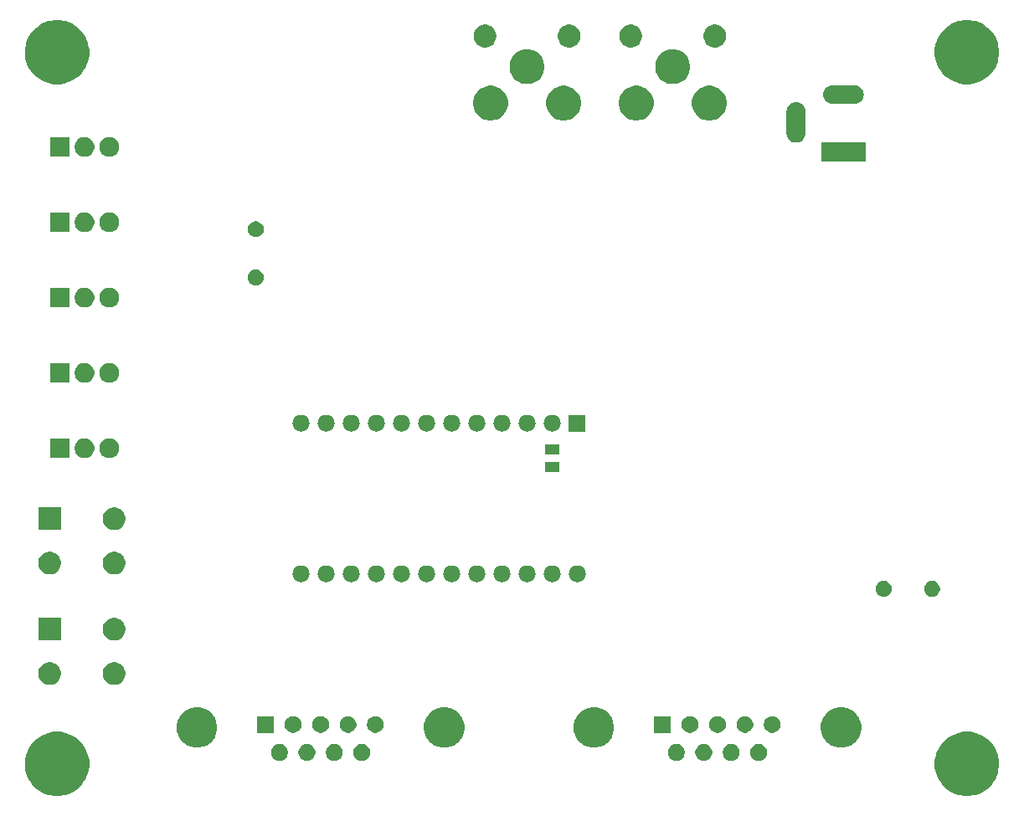
<source format=gbr>
G04 #@! TF.GenerationSoftware,KiCad,Pcbnew,5.0.2-bee76a0~70~ubuntu18.04.1*
G04 #@! TF.CreationDate,2019-12-10T23:09:57+02:00*
G04 #@! TF.ProjectId,videosport,76696465-6f73-4706-9f72-742e6b696361,rev?*
G04 #@! TF.SameCoordinates,Original*
G04 #@! TF.FileFunction,Soldermask,Bot*
G04 #@! TF.FilePolarity,Negative*
%FSLAX46Y46*%
G04 Gerber Fmt 4.6, Leading zero omitted, Abs format (unit mm)*
G04 Created by KiCad (PCBNEW 5.0.2-bee76a0~70~ubuntu18.04.1) date Вт 10 дек 2019 23:09:57*
%MOMM*%
%LPD*%
G01*
G04 APERTURE LIST*
%ADD10C,0.100000*%
G04 APERTURE END LIST*
D10*
G36*
X205359728Y-126738147D02*
X205951682Y-126855894D01*
X206543326Y-127100961D01*
X206832923Y-127294464D01*
X207075795Y-127456746D01*
X207528614Y-127909565D01*
X207528616Y-127909568D01*
X207884399Y-128442034D01*
X208077332Y-128907816D01*
X208129466Y-129033679D01*
X208254400Y-129661763D01*
X208254400Y-130302157D01*
X208191933Y-130616199D01*
X208129466Y-130930242D01*
X207884399Y-131521886D01*
X207636665Y-131892645D01*
X207528614Y-132054355D01*
X207075795Y-132507174D01*
X207075792Y-132507176D01*
X206543326Y-132862959D01*
X205951682Y-133108026D01*
X205637639Y-133170493D01*
X205323597Y-133232960D01*
X204683203Y-133232960D01*
X204369161Y-133170493D01*
X204055118Y-133108026D01*
X203463474Y-132862959D01*
X202931008Y-132507176D01*
X202931005Y-132507174D01*
X202478186Y-132054355D01*
X202370135Y-131892645D01*
X202122401Y-131521886D01*
X201877334Y-130930242D01*
X201814867Y-130616199D01*
X201752400Y-130302157D01*
X201752400Y-129661763D01*
X201877334Y-129033679D01*
X201929468Y-128907816D01*
X202122401Y-128442034D01*
X202478184Y-127909568D01*
X202478186Y-127909565D01*
X202931005Y-127456746D01*
X203173877Y-127294464D01*
X203463474Y-127100961D01*
X204055118Y-126855894D01*
X204647072Y-126738147D01*
X204683203Y-126730960D01*
X205323597Y-126730960D01*
X205359728Y-126738147D01*
X205359728Y-126738147D01*
G37*
G36*
X113360928Y-126738147D02*
X113952882Y-126855894D01*
X114544526Y-127100961D01*
X114834123Y-127294464D01*
X115076995Y-127456746D01*
X115529814Y-127909565D01*
X115529816Y-127909568D01*
X115885599Y-128442034D01*
X116078532Y-128907816D01*
X116130666Y-129033679D01*
X116255600Y-129661763D01*
X116255600Y-130302157D01*
X116193133Y-130616199D01*
X116130666Y-130930242D01*
X115885599Y-131521886D01*
X115637865Y-131892645D01*
X115529814Y-132054355D01*
X115076995Y-132507174D01*
X115076992Y-132507176D01*
X114544526Y-132862959D01*
X113952882Y-133108026D01*
X113638839Y-133170493D01*
X113324797Y-133232960D01*
X112684403Y-133232960D01*
X112370361Y-133170493D01*
X112056318Y-133108026D01*
X111464674Y-132862959D01*
X110932208Y-132507176D01*
X110932205Y-132507174D01*
X110479386Y-132054355D01*
X110371335Y-131892645D01*
X110123601Y-131521886D01*
X109878534Y-130930242D01*
X109816067Y-130616199D01*
X109753600Y-130302157D01*
X109753600Y-129661763D01*
X109878534Y-129033679D01*
X109930668Y-128907816D01*
X110123601Y-128442034D01*
X110479384Y-127909568D01*
X110479386Y-127909565D01*
X110932205Y-127456746D01*
X111175077Y-127294464D01*
X111464674Y-127100961D01*
X112056318Y-126855894D01*
X112648272Y-126738147D01*
X112684403Y-126730960D01*
X113324797Y-126730960D01*
X113360928Y-126738147D01*
X113360928Y-126738147D01*
G37*
G36*
X181417228Y-128005703D02*
X181572100Y-128069853D01*
X181711481Y-128162985D01*
X181830015Y-128281519D01*
X181923147Y-128420900D01*
X181987297Y-128575772D01*
X182020000Y-128740184D01*
X182020000Y-128907816D01*
X181987297Y-129072228D01*
X181923147Y-129227100D01*
X181830015Y-129366481D01*
X181711481Y-129485015D01*
X181572100Y-129578147D01*
X181417228Y-129642297D01*
X181252816Y-129675000D01*
X181085184Y-129675000D01*
X180920772Y-129642297D01*
X180765900Y-129578147D01*
X180626519Y-129485015D01*
X180507985Y-129366481D01*
X180414853Y-129227100D01*
X180350703Y-129072228D01*
X180318000Y-128907816D01*
X180318000Y-128740184D01*
X180350703Y-128575772D01*
X180414853Y-128420900D01*
X180507985Y-128281519D01*
X180626519Y-128162985D01*
X180765900Y-128069853D01*
X180920772Y-128005703D01*
X181085184Y-127973000D01*
X181252816Y-127973000D01*
X181417228Y-128005703D01*
X181417228Y-128005703D01*
G37*
G36*
X184187228Y-128005703D02*
X184342100Y-128069853D01*
X184481481Y-128162985D01*
X184600015Y-128281519D01*
X184693147Y-128420900D01*
X184757297Y-128575772D01*
X184790000Y-128740184D01*
X184790000Y-128907816D01*
X184757297Y-129072228D01*
X184693147Y-129227100D01*
X184600015Y-129366481D01*
X184481481Y-129485015D01*
X184342100Y-129578147D01*
X184187228Y-129642297D01*
X184022816Y-129675000D01*
X183855184Y-129675000D01*
X183690772Y-129642297D01*
X183535900Y-129578147D01*
X183396519Y-129485015D01*
X183277985Y-129366481D01*
X183184853Y-129227100D01*
X183120703Y-129072228D01*
X183088000Y-128907816D01*
X183088000Y-128740184D01*
X183120703Y-128575772D01*
X183184853Y-128420900D01*
X183277985Y-128281519D01*
X183396519Y-128162985D01*
X183535900Y-128069853D01*
X183690772Y-128005703D01*
X183855184Y-127973000D01*
X184022816Y-127973000D01*
X184187228Y-128005703D01*
X184187228Y-128005703D01*
G37*
G36*
X138515228Y-128005703D02*
X138670100Y-128069853D01*
X138809481Y-128162985D01*
X138928015Y-128281519D01*
X139021147Y-128420900D01*
X139085297Y-128575772D01*
X139118000Y-128740184D01*
X139118000Y-128907816D01*
X139085297Y-129072228D01*
X139021147Y-129227100D01*
X138928015Y-129366481D01*
X138809481Y-129485015D01*
X138670100Y-129578147D01*
X138515228Y-129642297D01*
X138350816Y-129675000D01*
X138183184Y-129675000D01*
X138018772Y-129642297D01*
X137863900Y-129578147D01*
X137724519Y-129485015D01*
X137605985Y-129366481D01*
X137512853Y-129227100D01*
X137448703Y-129072228D01*
X137416000Y-128907816D01*
X137416000Y-128740184D01*
X137448703Y-128575772D01*
X137512853Y-128420900D01*
X137605985Y-128281519D01*
X137724519Y-128162985D01*
X137863900Y-128069853D01*
X138018772Y-128005703D01*
X138183184Y-127973000D01*
X138350816Y-127973000D01*
X138515228Y-128005703D01*
X138515228Y-128005703D01*
G37*
G36*
X141285228Y-128005703D02*
X141440100Y-128069853D01*
X141579481Y-128162985D01*
X141698015Y-128281519D01*
X141791147Y-128420900D01*
X141855297Y-128575772D01*
X141888000Y-128740184D01*
X141888000Y-128907816D01*
X141855297Y-129072228D01*
X141791147Y-129227100D01*
X141698015Y-129366481D01*
X141579481Y-129485015D01*
X141440100Y-129578147D01*
X141285228Y-129642297D01*
X141120816Y-129675000D01*
X140953184Y-129675000D01*
X140788772Y-129642297D01*
X140633900Y-129578147D01*
X140494519Y-129485015D01*
X140375985Y-129366481D01*
X140282853Y-129227100D01*
X140218703Y-129072228D01*
X140186000Y-128907816D01*
X140186000Y-128740184D01*
X140218703Y-128575772D01*
X140282853Y-128420900D01*
X140375985Y-128281519D01*
X140494519Y-128162985D01*
X140633900Y-128069853D01*
X140788772Y-128005703D01*
X140953184Y-127973000D01*
X141120816Y-127973000D01*
X141285228Y-128005703D01*
X141285228Y-128005703D01*
G37*
G36*
X144055228Y-128005703D02*
X144210100Y-128069853D01*
X144349481Y-128162985D01*
X144468015Y-128281519D01*
X144561147Y-128420900D01*
X144625297Y-128575772D01*
X144658000Y-128740184D01*
X144658000Y-128907816D01*
X144625297Y-129072228D01*
X144561147Y-129227100D01*
X144468015Y-129366481D01*
X144349481Y-129485015D01*
X144210100Y-129578147D01*
X144055228Y-129642297D01*
X143890816Y-129675000D01*
X143723184Y-129675000D01*
X143558772Y-129642297D01*
X143403900Y-129578147D01*
X143264519Y-129485015D01*
X143145985Y-129366481D01*
X143052853Y-129227100D01*
X142988703Y-129072228D01*
X142956000Y-128907816D01*
X142956000Y-128740184D01*
X142988703Y-128575772D01*
X143052853Y-128420900D01*
X143145985Y-128281519D01*
X143264519Y-128162985D01*
X143403900Y-128069853D01*
X143558772Y-128005703D01*
X143723184Y-127973000D01*
X143890816Y-127973000D01*
X144055228Y-128005703D01*
X144055228Y-128005703D01*
G37*
G36*
X135745228Y-128005703D02*
X135900100Y-128069853D01*
X136039481Y-128162985D01*
X136158015Y-128281519D01*
X136251147Y-128420900D01*
X136315297Y-128575772D01*
X136348000Y-128740184D01*
X136348000Y-128907816D01*
X136315297Y-129072228D01*
X136251147Y-129227100D01*
X136158015Y-129366481D01*
X136039481Y-129485015D01*
X135900100Y-129578147D01*
X135745228Y-129642297D01*
X135580816Y-129675000D01*
X135413184Y-129675000D01*
X135248772Y-129642297D01*
X135093900Y-129578147D01*
X134954519Y-129485015D01*
X134835985Y-129366481D01*
X134742853Y-129227100D01*
X134678703Y-129072228D01*
X134646000Y-128907816D01*
X134646000Y-128740184D01*
X134678703Y-128575772D01*
X134742853Y-128420900D01*
X134835985Y-128281519D01*
X134954519Y-128162985D01*
X135093900Y-128069853D01*
X135248772Y-128005703D01*
X135413184Y-127973000D01*
X135580816Y-127973000D01*
X135745228Y-128005703D01*
X135745228Y-128005703D01*
G37*
G36*
X178647228Y-128005703D02*
X178802100Y-128069853D01*
X178941481Y-128162985D01*
X179060015Y-128281519D01*
X179153147Y-128420900D01*
X179217297Y-128575772D01*
X179250000Y-128740184D01*
X179250000Y-128907816D01*
X179217297Y-129072228D01*
X179153147Y-129227100D01*
X179060015Y-129366481D01*
X178941481Y-129485015D01*
X178802100Y-129578147D01*
X178647228Y-129642297D01*
X178482816Y-129675000D01*
X178315184Y-129675000D01*
X178150772Y-129642297D01*
X177995900Y-129578147D01*
X177856519Y-129485015D01*
X177737985Y-129366481D01*
X177644853Y-129227100D01*
X177580703Y-129072228D01*
X177548000Y-128907816D01*
X177548000Y-128740184D01*
X177580703Y-128575772D01*
X177644853Y-128420900D01*
X177737985Y-128281519D01*
X177856519Y-128162985D01*
X177995900Y-128069853D01*
X178150772Y-128005703D01*
X178315184Y-127973000D01*
X178482816Y-127973000D01*
X178647228Y-128005703D01*
X178647228Y-128005703D01*
G37*
G36*
X175877228Y-128005703D02*
X176032100Y-128069853D01*
X176171481Y-128162985D01*
X176290015Y-128281519D01*
X176383147Y-128420900D01*
X176447297Y-128575772D01*
X176480000Y-128740184D01*
X176480000Y-128907816D01*
X176447297Y-129072228D01*
X176383147Y-129227100D01*
X176290015Y-129366481D01*
X176171481Y-129485015D01*
X176032100Y-129578147D01*
X175877228Y-129642297D01*
X175712816Y-129675000D01*
X175545184Y-129675000D01*
X175380772Y-129642297D01*
X175225900Y-129578147D01*
X175086519Y-129485015D01*
X174967985Y-129366481D01*
X174874853Y-129227100D01*
X174810703Y-129072228D01*
X174778000Y-128907816D01*
X174778000Y-128740184D01*
X174810703Y-128575772D01*
X174874853Y-128420900D01*
X174967985Y-128281519D01*
X175086519Y-128162985D01*
X175225900Y-128069853D01*
X175380772Y-128005703D01*
X175545184Y-127973000D01*
X175712816Y-127973000D01*
X175877228Y-128005703D01*
X175877228Y-128005703D01*
G37*
G36*
X127750252Y-124311818D02*
X127750254Y-124311819D01*
X127750255Y-124311819D01*
X128123513Y-124466427D01*
X128123514Y-124466428D01*
X128459439Y-124690886D01*
X128745114Y-124976561D01*
X128745116Y-124976564D01*
X128969573Y-125312487D01*
X129080753Y-125580900D01*
X129124182Y-125685748D01*
X129203000Y-126081993D01*
X129203000Y-126486007D01*
X129171372Y-126645014D01*
X129124181Y-126882255D01*
X128969573Y-127255513D01*
X128894190Y-127368331D01*
X128745114Y-127591439D01*
X128459439Y-127877114D01*
X128459436Y-127877116D01*
X128123513Y-128101573D01*
X127750255Y-128256181D01*
X127750254Y-128256181D01*
X127750252Y-128256182D01*
X127354007Y-128335000D01*
X126949993Y-128335000D01*
X126553748Y-128256182D01*
X126553746Y-128256181D01*
X126553745Y-128256181D01*
X126180487Y-128101573D01*
X125844564Y-127877116D01*
X125844561Y-127877114D01*
X125558886Y-127591439D01*
X125409810Y-127368331D01*
X125334427Y-127255513D01*
X125179819Y-126882255D01*
X125132629Y-126645014D01*
X125101000Y-126486007D01*
X125101000Y-126081993D01*
X125179818Y-125685748D01*
X125223247Y-125580900D01*
X125334427Y-125312487D01*
X125558884Y-124976564D01*
X125558886Y-124976561D01*
X125844561Y-124690886D01*
X126180486Y-124466428D01*
X126180487Y-124466427D01*
X126553745Y-124311819D01*
X126553746Y-124311819D01*
X126553748Y-124311818D01*
X126949993Y-124233000D01*
X127354007Y-124233000D01*
X127750252Y-124311818D01*
X127750252Y-124311818D01*
G37*
G36*
X192882252Y-124311818D02*
X192882254Y-124311819D01*
X192882255Y-124311819D01*
X193255513Y-124466427D01*
X193255514Y-124466428D01*
X193591439Y-124690886D01*
X193877114Y-124976561D01*
X193877116Y-124976564D01*
X194101573Y-125312487D01*
X194212753Y-125580900D01*
X194256182Y-125685748D01*
X194335000Y-126081993D01*
X194335000Y-126486007D01*
X194303372Y-126645014D01*
X194256181Y-126882255D01*
X194101573Y-127255513D01*
X194026190Y-127368331D01*
X193877114Y-127591439D01*
X193591439Y-127877114D01*
X193591436Y-127877116D01*
X193255513Y-128101573D01*
X192882255Y-128256181D01*
X192882254Y-128256181D01*
X192882252Y-128256182D01*
X192486007Y-128335000D01*
X192081993Y-128335000D01*
X191685748Y-128256182D01*
X191685746Y-128256181D01*
X191685745Y-128256181D01*
X191312487Y-128101573D01*
X190976564Y-127877116D01*
X190976561Y-127877114D01*
X190690886Y-127591439D01*
X190541810Y-127368331D01*
X190466427Y-127255513D01*
X190311819Y-126882255D01*
X190264629Y-126645014D01*
X190233000Y-126486007D01*
X190233000Y-126081993D01*
X190311818Y-125685748D01*
X190355247Y-125580900D01*
X190466427Y-125312487D01*
X190690884Y-124976564D01*
X190690886Y-124976561D01*
X190976561Y-124690886D01*
X191312486Y-124466428D01*
X191312487Y-124466427D01*
X191685745Y-124311819D01*
X191685746Y-124311819D01*
X191685748Y-124311818D01*
X192081993Y-124233000D01*
X192486007Y-124233000D01*
X192882252Y-124311818D01*
X192882252Y-124311818D01*
G37*
G36*
X167882252Y-124311818D02*
X167882254Y-124311819D01*
X167882255Y-124311819D01*
X168255513Y-124466427D01*
X168255514Y-124466428D01*
X168591439Y-124690886D01*
X168877114Y-124976561D01*
X168877116Y-124976564D01*
X169101573Y-125312487D01*
X169212753Y-125580900D01*
X169256182Y-125685748D01*
X169335000Y-126081993D01*
X169335000Y-126486007D01*
X169303372Y-126645014D01*
X169256181Y-126882255D01*
X169101573Y-127255513D01*
X169026190Y-127368331D01*
X168877114Y-127591439D01*
X168591439Y-127877114D01*
X168591436Y-127877116D01*
X168255513Y-128101573D01*
X167882255Y-128256181D01*
X167882254Y-128256181D01*
X167882252Y-128256182D01*
X167486007Y-128335000D01*
X167081993Y-128335000D01*
X166685748Y-128256182D01*
X166685746Y-128256181D01*
X166685745Y-128256181D01*
X166312487Y-128101573D01*
X165976564Y-127877116D01*
X165976561Y-127877114D01*
X165690886Y-127591439D01*
X165541810Y-127368331D01*
X165466427Y-127255513D01*
X165311819Y-126882255D01*
X165264629Y-126645014D01*
X165233000Y-126486007D01*
X165233000Y-126081993D01*
X165311818Y-125685748D01*
X165355247Y-125580900D01*
X165466427Y-125312487D01*
X165690884Y-124976564D01*
X165690886Y-124976561D01*
X165976561Y-124690886D01*
X166312486Y-124466428D01*
X166312487Y-124466427D01*
X166685745Y-124311819D01*
X166685746Y-124311819D01*
X166685748Y-124311818D01*
X167081993Y-124233000D01*
X167486007Y-124233000D01*
X167882252Y-124311818D01*
X167882252Y-124311818D01*
G37*
G36*
X152750252Y-124311818D02*
X152750254Y-124311819D01*
X152750255Y-124311819D01*
X153123513Y-124466427D01*
X153123514Y-124466428D01*
X153459439Y-124690886D01*
X153745114Y-124976561D01*
X153745116Y-124976564D01*
X153969573Y-125312487D01*
X154080753Y-125580900D01*
X154124182Y-125685748D01*
X154203000Y-126081993D01*
X154203000Y-126486007D01*
X154171372Y-126645014D01*
X154124181Y-126882255D01*
X153969573Y-127255513D01*
X153894190Y-127368331D01*
X153745114Y-127591439D01*
X153459439Y-127877114D01*
X153459436Y-127877116D01*
X153123513Y-128101573D01*
X152750255Y-128256181D01*
X152750254Y-128256181D01*
X152750252Y-128256182D01*
X152354007Y-128335000D01*
X151949993Y-128335000D01*
X151553748Y-128256182D01*
X151553746Y-128256181D01*
X151553745Y-128256181D01*
X151180487Y-128101573D01*
X150844564Y-127877116D01*
X150844561Y-127877114D01*
X150558886Y-127591439D01*
X150409810Y-127368331D01*
X150334427Y-127255513D01*
X150179819Y-126882255D01*
X150132629Y-126645014D01*
X150101000Y-126486007D01*
X150101000Y-126081993D01*
X150179818Y-125685748D01*
X150223247Y-125580900D01*
X150334427Y-125312487D01*
X150558884Y-124976564D01*
X150558886Y-124976561D01*
X150844561Y-124690886D01*
X151180486Y-124466428D01*
X151180487Y-124466427D01*
X151553745Y-124311819D01*
X151553746Y-124311819D01*
X151553748Y-124311818D01*
X151949993Y-124233000D01*
X152354007Y-124233000D01*
X152750252Y-124311818D01*
X152750252Y-124311818D01*
G37*
G36*
X139900228Y-125165703D02*
X140055100Y-125229853D01*
X140194481Y-125322985D01*
X140313015Y-125441519D01*
X140406147Y-125580900D01*
X140470297Y-125735772D01*
X140503000Y-125900184D01*
X140503000Y-126067816D01*
X140470297Y-126232228D01*
X140406147Y-126387100D01*
X140313015Y-126526481D01*
X140194481Y-126645015D01*
X140055100Y-126738147D01*
X139900228Y-126802297D01*
X139735816Y-126835000D01*
X139568184Y-126835000D01*
X139403772Y-126802297D01*
X139248900Y-126738147D01*
X139109519Y-126645015D01*
X138990985Y-126526481D01*
X138897853Y-126387100D01*
X138833703Y-126232228D01*
X138801000Y-126067816D01*
X138801000Y-125900184D01*
X138833703Y-125735772D01*
X138897853Y-125580900D01*
X138990985Y-125441519D01*
X139109519Y-125322985D01*
X139248900Y-125229853D01*
X139403772Y-125165703D01*
X139568184Y-125133000D01*
X139735816Y-125133000D01*
X139900228Y-125165703D01*
X139900228Y-125165703D01*
G37*
G36*
X182802228Y-125165703D02*
X182957100Y-125229853D01*
X183096481Y-125322985D01*
X183215015Y-125441519D01*
X183308147Y-125580900D01*
X183372297Y-125735772D01*
X183405000Y-125900184D01*
X183405000Y-126067816D01*
X183372297Y-126232228D01*
X183308147Y-126387100D01*
X183215015Y-126526481D01*
X183096481Y-126645015D01*
X182957100Y-126738147D01*
X182802228Y-126802297D01*
X182637816Y-126835000D01*
X182470184Y-126835000D01*
X182305772Y-126802297D01*
X182150900Y-126738147D01*
X182011519Y-126645015D01*
X181892985Y-126526481D01*
X181799853Y-126387100D01*
X181735703Y-126232228D01*
X181703000Y-126067816D01*
X181703000Y-125900184D01*
X181735703Y-125735772D01*
X181799853Y-125580900D01*
X181892985Y-125441519D01*
X182011519Y-125322985D01*
X182150900Y-125229853D01*
X182305772Y-125165703D01*
X182470184Y-125133000D01*
X182637816Y-125133000D01*
X182802228Y-125165703D01*
X182802228Y-125165703D01*
G37*
G36*
X185572228Y-125165703D02*
X185727100Y-125229853D01*
X185866481Y-125322985D01*
X185985015Y-125441519D01*
X186078147Y-125580900D01*
X186142297Y-125735772D01*
X186175000Y-125900184D01*
X186175000Y-126067816D01*
X186142297Y-126232228D01*
X186078147Y-126387100D01*
X185985015Y-126526481D01*
X185866481Y-126645015D01*
X185727100Y-126738147D01*
X185572228Y-126802297D01*
X185407816Y-126835000D01*
X185240184Y-126835000D01*
X185075772Y-126802297D01*
X184920900Y-126738147D01*
X184781519Y-126645015D01*
X184662985Y-126526481D01*
X184569853Y-126387100D01*
X184505703Y-126232228D01*
X184473000Y-126067816D01*
X184473000Y-125900184D01*
X184505703Y-125735772D01*
X184569853Y-125580900D01*
X184662985Y-125441519D01*
X184781519Y-125322985D01*
X184920900Y-125229853D01*
X185075772Y-125165703D01*
X185240184Y-125133000D01*
X185407816Y-125133000D01*
X185572228Y-125165703D01*
X185572228Y-125165703D01*
G37*
G36*
X180032228Y-125165703D02*
X180187100Y-125229853D01*
X180326481Y-125322985D01*
X180445015Y-125441519D01*
X180538147Y-125580900D01*
X180602297Y-125735772D01*
X180635000Y-125900184D01*
X180635000Y-126067816D01*
X180602297Y-126232228D01*
X180538147Y-126387100D01*
X180445015Y-126526481D01*
X180326481Y-126645015D01*
X180187100Y-126738147D01*
X180032228Y-126802297D01*
X179867816Y-126835000D01*
X179700184Y-126835000D01*
X179535772Y-126802297D01*
X179380900Y-126738147D01*
X179241519Y-126645015D01*
X179122985Y-126526481D01*
X179029853Y-126387100D01*
X178965703Y-126232228D01*
X178933000Y-126067816D01*
X178933000Y-125900184D01*
X178965703Y-125735772D01*
X179029853Y-125580900D01*
X179122985Y-125441519D01*
X179241519Y-125322985D01*
X179380900Y-125229853D01*
X179535772Y-125165703D01*
X179700184Y-125133000D01*
X179867816Y-125133000D01*
X180032228Y-125165703D01*
X180032228Y-125165703D01*
G37*
G36*
X177262228Y-125165703D02*
X177417100Y-125229853D01*
X177556481Y-125322985D01*
X177675015Y-125441519D01*
X177768147Y-125580900D01*
X177832297Y-125735772D01*
X177865000Y-125900184D01*
X177865000Y-126067816D01*
X177832297Y-126232228D01*
X177768147Y-126387100D01*
X177675015Y-126526481D01*
X177556481Y-126645015D01*
X177417100Y-126738147D01*
X177262228Y-126802297D01*
X177097816Y-126835000D01*
X176930184Y-126835000D01*
X176765772Y-126802297D01*
X176610900Y-126738147D01*
X176471519Y-126645015D01*
X176352985Y-126526481D01*
X176259853Y-126387100D01*
X176195703Y-126232228D01*
X176163000Y-126067816D01*
X176163000Y-125900184D01*
X176195703Y-125735772D01*
X176259853Y-125580900D01*
X176352985Y-125441519D01*
X176471519Y-125322985D01*
X176610900Y-125229853D01*
X176765772Y-125165703D01*
X176930184Y-125133000D01*
X177097816Y-125133000D01*
X177262228Y-125165703D01*
X177262228Y-125165703D01*
G37*
G36*
X175095000Y-126835000D02*
X173393000Y-126835000D01*
X173393000Y-125133000D01*
X175095000Y-125133000D01*
X175095000Y-126835000D01*
X175095000Y-126835000D01*
G37*
G36*
X145440228Y-125165703D02*
X145595100Y-125229853D01*
X145734481Y-125322985D01*
X145853015Y-125441519D01*
X145946147Y-125580900D01*
X146010297Y-125735772D01*
X146043000Y-125900184D01*
X146043000Y-126067816D01*
X146010297Y-126232228D01*
X145946147Y-126387100D01*
X145853015Y-126526481D01*
X145734481Y-126645015D01*
X145595100Y-126738147D01*
X145440228Y-126802297D01*
X145275816Y-126835000D01*
X145108184Y-126835000D01*
X144943772Y-126802297D01*
X144788900Y-126738147D01*
X144649519Y-126645015D01*
X144530985Y-126526481D01*
X144437853Y-126387100D01*
X144373703Y-126232228D01*
X144341000Y-126067816D01*
X144341000Y-125900184D01*
X144373703Y-125735772D01*
X144437853Y-125580900D01*
X144530985Y-125441519D01*
X144649519Y-125322985D01*
X144788900Y-125229853D01*
X144943772Y-125165703D01*
X145108184Y-125133000D01*
X145275816Y-125133000D01*
X145440228Y-125165703D01*
X145440228Y-125165703D01*
G37*
G36*
X142670228Y-125165703D02*
X142825100Y-125229853D01*
X142964481Y-125322985D01*
X143083015Y-125441519D01*
X143176147Y-125580900D01*
X143240297Y-125735772D01*
X143273000Y-125900184D01*
X143273000Y-126067816D01*
X143240297Y-126232228D01*
X143176147Y-126387100D01*
X143083015Y-126526481D01*
X142964481Y-126645015D01*
X142825100Y-126738147D01*
X142670228Y-126802297D01*
X142505816Y-126835000D01*
X142338184Y-126835000D01*
X142173772Y-126802297D01*
X142018900Y-126738147D01*
X141879519Y-126645015D01*
X141760985Y-126526481D01*
X141667853Y-126387100D01*
X141603703Y-126232228D01*
X141571000Y-126067816D01*
X141571000Y-125900184D01*
X141603703Y-125735772D01*
X141667853Y-125580900D01*
X141760985Y-125441519D01*
X141879519Y-125322985D01*
X142018900Y-125229853D01*
X142173772Y-125165703D01*
X142338184Y-125133000D01*
X142505816Y-125133000D01*
X142670228Y-125165703D01*
X142670228Y-125165703D01*
G37*
G36*
X134963000Y-126835000D02*
X133261000Y-126835000D01*
X133261000Y-125133000D01*
X134963000Y-125133000D01*
X134963000Y-126835000D01*
X134963000Y-126835000D01*
G37*
G36*
X137130228Y-125165703D02*
X137285100Y-125229853D01*
X137424481Y-125322985D01*
X137543015Y-125441519D01*
X137636147Y-125580900D01*
X137700297Y-125735772D01*
X137733000Y-125900184D01*
X137733000Y-126067816D01*
X137700297Y-126232228D01*
X137636147Y-126387100D01*
X137543015Y-126526481D01*
X137424481Y-126645015D01*
X137285100Y-126738147D01*
X137130228Y-126802297D01*
X136965816Y-126835000D01*
X136798184Y-126835000D01*
X136633772Y-126802297D01*
X136478900Y-126738147D01*
X136339519Y-126645015D01*
X136220985Y-126526481D01*
X136127853Y-126387100D01*
X136063703Y-126232228D01*
X136031000Y-126067816D01*
X136031000Y-125900184D01*
X136063703Y-125735772D01*
X136127853Y-125580900D01*
X136220985Y-125441519D01*
X136339519Y-125322985D01*
X136478900Y-125229853D01*
X136633772Y-125165703D01*
X136798184Y-125133000D01*
X136965816Y-125133000D01*
X137130228Y-125165703D01*
X137130228Y-125165703D01*
G37*
G36*
X112603734Y-119725232D02*
X112813202Y-119811996D01*
X113001723Y-119937962D01*
X113162038Y-120098277D01*
X113288004Y-120286798D01*
X113374768Y-120496266D01*
X113419000Y-120718635D01*
X113419000Y-120945365D01*
X113374768Y-121167734D01*
X113288004Y-121377202D01*
X113162038Y-121565723D01*
X113001723Y-121726038D01*
X112813202Y-121852004D01*
X112603734Y-121938768D01*
X112381365Y-121983000D01*
X112154635Y-121983000D01*
X111932266Y-121938768D01*
X111722798Y-121852004D01*
X111534277Y-121726038D01*
X111373962Y-121565723D01*
X111247996Y-121377202D01*
X111161232Y-121167734D01*
X111117000Y-120945365D01*
X111117000Y-120718635D01*
X111161232Y-120496266D01*
X111247996Y-120286798D01*
X111373962Y-120098277D01*
X111534277Y-119937962D01*
X111722798Y-119811996D01*
X111932266Y-119725232D01*
X112154635Y-119681000D01*
X112381365Y-119681000D01*
X112603734Y-119725232D01*
X112603734Y-119725232D01*
G37*
G36*
X119103734Y-119725232D02*
X119313202Y-119811996D01*
X119501723Y-119937962D01*
X119662038Y-120098277D01*
X119788004Y-120286798D01*
X119874768Y-120496266D01*
X119919000Y-120718635D01*
X119919000Y-120945365D01*
X119874768Y-121167734D01*
X119788004Y-121377202D01*
X119662038Y-121565723D01*
X119501723Y-121726038D01*
X119313202Y-121852004D01*
X119103734Y-121938768D01*
X118881365Y-121983000D01*
X118654635Y-121983000D01*
X118432266Y-121938768D01*
X118222798Y-121852004D01*
X118034277Y-121726038D01*
X117873962Y-121565723D01*
X117747996Y-121377202D01*
X117661232Y-121167734D01*
X117617000Y-120945365D01*
X117617000Y-120718635D01*
X117661232Y-120496266D01*
X117747996Y-120286798D01*
X117873962Y-120098277D01*
X118034277Y-119937962D01*
X118222798Y-119811996D01*
X118432266Y-119725232D01*
X118654635Y-119681000D01*
X118881365Y-119681000D01*
X119103734Y-119725232D01*
X119103734Y-119725232D01*
G37*
G36*
X113419000Y-117483000D02*
X111117000Y-117483000D01*
X111117000Y-115181000D01*
X113419000Y-115181000D01*
X113419000Y-117483000D01*
X113419000Y-117483000D01*
G37*
G36*
X119103734Y-115225232D02*
X119313202Y-115311996D01*
X119501723Y-115437962D01*
X119662038Y-115598277D01*
X119788004Y-115786798D01*
X119874768Y-115996266D01*
X119919000Y-116218635D01*
X119919000Y-116445365D01*
X119874768Y-116667734D01*
X119788004Y-116877202D01*
X119662038Y-117065723D01*
X119501723Y-117226038D01*
X119313202Y-117352004D01*
X119103734Y-117438768D01*
X118881365Y-117483000D01*
X118654635Y-117483000D01*
X118432266Y-117438768D01*
X118222798Y-117352004D01*
X118034277Y-117226038D01*
X117873962Y-117065723D01*
X117747996Y-116877202D01*
X117661232Y-116667734D01*
X117617000Y-116445365D01*
X117617000Y-116218635D01*
X117661232Y-115996266D01*
X117747996Y-115786798D01*
X117873962Y-115598277D01*
X118034277Y-115437962D01*
X118222798Y-115311996D01*
X118432266Y-115225232D01*
X118654635Y-115181000D01*
X118881365Y-115181000D01*
X119103734Y-115225232D01*
X119103734Y-115225232D01*
G37*
G36*
X201709643Y-111497781D02*
X201855415Y-111558162D01*
X201986611Y-111645824D01*
X202098176Y-111757389D01*
X202185838Y-111888585D01*
X202246219Y-112034357D01*
X202277000Y-112189107D01*
X202277000Y-112346893D01*
X202246219Y-112501643D01*
X202185838Y-112647415D01*
X202098176Y-112778611D01*
X201986611Y-112890176D01*
X201855415Y-112977838D01*
X201709643Y-113038219D01*
X201554893Y-113069000D01*
X201397107Y-113069000D01*
X201242357Y-113038219D01*
X201096585Y-112977838D01*
X200965389Y-112890176D01*
X200853824Y-112778611D01*
X200766162Y-112647415D01*
X200705781Y-112501643D01*
X200675000Y-112346893D01*
X200675000Y-112189107D01*
X200705781Y-112034357D01*
X200766162Y-111888585D01*
X200853824Y-111757389D01*
X200965389Y-111645824D01*
X201096585Y-111558162D01*
X201242357Y-111497781D01*
X201397107Y-111467000D01*
X201554893Y-111467000D01*
X201709643Y-111497781D01*
X201709643Y-111497781D01*
G37*
G36*
X196829643Y-111497781D02*
X196975415Y-111558162D01*
X197106611Y-111645824D01*
X197218176Y-111757389D01*
X197305838Y-111888585D01*
X197366219Y-112034357D01*
X197397000Y-112189107D01*
X197397000Y-112346893D01*
X197366219Y-112501643D01*
X197305838Y-112647415D01*
X197218176Y-112778611D01*
X197106611Y-112890176D01*
X196975415Y-112977838D01*
X196829643Y-113038219D01*
X196674893Y-113069000D01*
X196517107Y-113069000D01*
X196362357Y-113038219D01*
X196216585Y-112977838D01*
X196085389Y-112890176D01*
X195973824Y-112778611D01*
X195886162Y-112647415D01*
X195825781Y-112501643D01*
X195795000Y-112346893D01*
X195795000Y-112189107D01*
X195825781Y-112034357D01*
X195886162Y-111888585D01*
X195973824Y-111757389D01*
X196085389Y-111645824D01*
X196216585Y-111558162D01*
X196362357Y-111497781D01*
X196517107Y-111467000D01*
X196674893Y-111467000D01*
X196829643Y-111497781D01*
X196829643Y-111497781D01*
G37*
G36*
X142914821Y-109905313D02*
X142914824Y-109905314D01*
X142914825Y-109905314D01*
X143075239Y-109953975D01*
X143075241Y-109953976D01*
X143075244Y-109953977D01*
X143223078Y-110032995D01*
X143352659Y-110139341D01*
X143459005Y-110268922D01*
X143538023Y-110416756D01*
X143538024Y-110416759D01*
X143538025Y-110416761D01*
X143586686Y-110577175D01*
X143586687Y-110577179D01*
X143603117Y-110744000D01*
X143586687Y-110910821D01*
X143538023Y-111071244D01*
X143459005Y-111219078D01*
X143352659Y-111348659D01*
X143223078Y-111455005D01*
X143075244Y-111534023D01*
X143075241Y-111534024D01*
X143075239Y-111534025D01*
X142914825Y-111582686D01*
X142914824Y-111582686D01*
X142914821Y-111582687D01*
X142789804Y-111595000D01*
X142706196Y-111595000D01*
X142581179Y-111582687D01*
X142581176Y-111582686D01*
X142581175Y-111582686D01*
X142420761Y-111534025D01*
X142420759Y-111534024D01*
X142420756Y-111534023D01*
X142272922Y-111455005D01*
X142143341Y-111348659D01*
X142036995Y-111219078D01*
X141957977Y-111071244D01*
X141909313Y-110910821D01*
X141892883Y-110744000D01*
X141909313Y-110577179D01*
X141909314Y-110577175D01*
X141957975Y-110416761D01*
X141957976Y-110416759D01*
X141957977Y-110416756D01*
X142036995Y-110268922D01*
X142143341Y-110139341D01*
X142272922Y-110032995D01*
X142420756Y-109953977D01*
X142420759Y-109953976D01*
X142420761Y-109953975D01*
X142581175Y-109905314D01*
X142581176Y-109905314D01*
X142581179Y-109905313D01*
X142706196Y-109893000D01*
X142789804Y-109893000D01*
X142914821Y-109905313D01*
X142914821Y-109905313D01*
G37*
G36*
X150534821Y-109905313D02*
X150534824Y-109905314D01*
X150534825Y-109905314D01*
X150695239Y-109953975D01*
X150695241Y-109953976D01*
X150695244Y-109953977D01*
X150843078Y-110032995D01*
X150972659Y-110139341D01*
X151079005Y-110268922D01*
X151158023Y-110416756D01*
X151158024Y-110416759D01*
X151158025Y-110416761D01*
X151206686Y-110577175D01*
X151206687Y-110577179D01*
X151223117Y-110744000D01*
X151206687Y-110910821D01*
X151158023Y-111071244D01*
X151079005Y-111219078D01*
X150972659Y-111348659D01*
X150843078Y-111455005D01*
X150695244Y-111534023D01*
X150695241Y-111534024D01*
X150695239Y-111534025D01*
X150534825Y-111582686D01*
X150534824Y-111582686D01*
X150534821Y-111582687D01*
X150409804Y-111595000D01*
X150326196Y-111595000D01*
X150201179Y-111582687D01*
X150201176Y-111582686D01*
X150201175Y-111582686D01*
X150040761Y-111534025D01*
X150040759Y-111534024D01*
X150040756Y-111534023D01*
X149892922Y-111455005D01*
X149763341Y-111348659D01*
X149656995Y-111219078D01*
X149577977Y-111071244D01*
X149529313Y-110910821D01*
X149512883Y-110744000D01*
X149529313Y-110577179D01*
X149529314Y-110577175D01*
X149577975Y-110416761D01*
X149577976Y-110416759D01*
X149577977Y-110416756D01*
X149656995Y-110268922D01*
X149763341Y-110139341D01*
X149892922Y-110032995D01*
X150040756Y-109953977D01*
X150040759Y-109953976D01*
X150040761Y-109953975D01*
X150201175Y-109905314D01*
X150201176Y-109905314D01*
X150201179Y-109905313D01*
X150326196Y-109893000D01*
X150409804Y-109893000D01*
X150534821Y-109905313D01*
X150534821Y-109905313D01*
G37*
G36*
X147994821Y-109905313D02*
X147994824Y-109905314D01*
X147994825Y-109905314D01*
X148155239Y-109953975D01*
X148155241Y-109953976D01*
X148155244Y-109953977D01*
X148303078Y-110032995D01*
X148432659Y-110139341D01*
X148539005Y-110268922D01*
X148618023Y-110416756D01*
X148618024Y-110416759D01*
X148618025Y-110416761D01*
X148666686Y-110577175D01*
X148666687Y-110577179D01*
X148683117Y-110744000D01*
X148666687Y-110910821D01*
X148618023Y-111071244D01*
X148539005Y-111219078D01*
X148432659Y-111348659D01*
X148303078Y-111455005D01*
X148155244Y-111534023D01*
X148155241Y-111534024D01*
X148155239Y-111534025D01*
X147994825Y-111582686D01*
X147994824Y-111582686D01*
X147994821Y-111582687D01*
X147869804Y-111595000D01*
X147786196Y-111595000D01*
X147661179Y-111582687D01*
X147661176Y-111582686D01*
X147661175Y-111582686D01*
X147500761Y-111534025D01*
X147500759Y-111534024D01*
X147500756Y-111534023D01*
X147352922Y-111455005D01*
X147223341Y-111348659D01*
X147116995Y-111219078D01*
X147037977Y-111071244D01*
X146989313Y-110910821D01*
X146972883Y-110744000D01*
X146989313Y-110577179D01*
X146989314Y-110577175D01*
X147037975Y-110416761D01*
X147037976Y-110416759D01*
X147037977Y-110416756D01*
X147116995Y-110268922D01*
X147223341Y-110139341D01*
X147352922Y-110032995D01*
X147500756Y-109953977D01*
X147500759Y-109953976D01*
X147500761Y-109953975D01*
X147661175Y-109905314D01*
X147661176Y-109905314D01*
X147661179Y-109905313D01*
X147786196Y-109893000D01*
X147869804Y-109893000D01*
X147994821Y-109905313D01*
X147994821Y-109905313D01*
G37*
G36*
X145454821Y-109905313D02*
X145454824Y-109905314D01*
X145454825Y-109905314D01*
X145615239Y-109953975D01*
X145615241Y-109953976D01*
X145615244Y-109953977D01*
X145763078Y-110032995D01*
X145892659Y-110139341D01*
X145999005Y-110268922D01*
X146078023Y-110416756D01*
X146078024Y-110416759D01*
X146078025Y-110416761D01*
X146126686Y-110577175D01*
X146126687Y-110577179D01*
X146143117Y-110744000D01*
X146126687Y-110910821D01*
X146078023Y-111071244D01*
X145999005Y-111219078D01*
X145892659Y-111348659D01*
X145763078Y-111455005D01*
X145615244Y-111534023D01*
X145615241Y-111534024D01*
X145615239Y-111534025D01*
X145454825Y-111582686D01*
X145454824Y-111582686D01*
X145454821Y-111582687D01*
X145329804Y-111595000D01*
X145246196Y-111595000D01*
X145121179Y-111582687D01*
X145121176Y-111582686D01*
X145121175Y-111582686D01*
X144960761Y-111534025D01*
X144960759Y-111534024D01*
X144960756Y-111534023D01*
X144812922Y-111455005D01*
X144683341Y-111348659D01*
X144576995Y-111219078D01*
X144497977Y-111071244D01*
X144449313Y-110910821D01*
X144432883Y-110744000D01*
X144449313Y-110577179D01*
X144449314Y-110577175D01*
X144497975Y-110416761D01*
X144497976Y-110416759D01*
X144497977Y-110416756D01*
X144576995Y-110268922D01*
X144683341Y-110139341D01*
X144812922Y-110032995D01*
X144960756Y-109953977D01*
X144960759Y-109953976D01*
X144960761Y-109953975D01*
X145121175Y-109905314D01*
X145121176Y-109905314D01*
X145121179Y-109905313D01*
X145246196Y-109893000D01*
X145329804Y-109893000D01*
X145454821Y-109905313D01*
X145454821Y-109905313D01*
G37*
G36*
X140374821Y-109905313D02*
X140374824Y-109905314D01*
X140374825Y-109905314D01*
X140535239Y-109953975D01*
X140535241Y-109953976D01*
X140535244Y-109953977D01*
X140683078Y-110032995D01*
X140812659Y-110139341D01*
X140919005Y-110268922D01*
X140998023Y-110416756D01*
X140998024Y-110416759D01*
X140998025Y-110416761D01*
X141046686Y-110577175D01*
X141046687Y-110577179D01*
X141063117Y-110744000D01*
X141046687Y-110910821D01*
X140998023Y-111071244D01*
X140919005Y-111219078D01*
X140812659Y-111348659D01*
X140683078Y-111455005D01*
X140535244Y-111534023D01*
X140535241Y-111534024D01*
X140535239Y-111534025D01*
X140374825Y-111582686D01*
X140374824Y-111582686D01*
X140374821Y-111582687D01*
X140249804Y-111595000D01*
X140166196Y-111595000D01*
X140041179Y-111582687D01*
X140041176Y-111582686D01*
X140041175Y-111582686D01*
X139880761Y-111534025D01*
X139880759Y-111534024D01*
X139880756Y-111534023D01*
X139732922Y-111455005D01*
X139603341Y-111348659D01*
X139496995Y-111219078D01*
X139417977Y-111071244D01*
X139369313Y-110910821D01*
X139352883Y-110744000D01*
X139369313Y-110577179D01*
X139369314Y-110577175D01*
X139417975Y-110416761D01*
X139417976Y-110416759D01*
X139417977Y-110416756D01*
X139496995Y-110268922D01*
X139603341Y-110139341D01*
X139732922Y-110032995D01*
X139880756Y-109953977D01*
X139880759Y-109953976D01*
X139880761Y-109953975D01*
X140041175Y-109905314D01*
X140041176Y-109905314D01*
X140041179Y-109905313D01*
X140166196Y-109893000D01*
X140249804Y-109893000D01*
X140374821Y-109905313D01*
X140374821Y-109905313D01*
G37*
G36*
X137834821Y-109905313D02*
X137834824Y-109905314D01*
X137834825Y-109905314D01*
X137995239Y-109953975D01*
X137995241Y-109953976D01*
X137995244Y-109953977D01*
X138143078Y-110032995D01*
X138272659Y-110139341D01*
X138379005Y-110268922D01*
X138458023Y-110416756D01*
X138458024Y-110416759D01*
X138458025Y-110416761D01*
X138506686Y-110577175D01*
X138506687Y-110577179D01*
X138523117Y-110744000D01*
X138506687Y-110910821D01*
X138458023Y-111071244D01*
X138379005Y-111219078D01*
X138272659Y-111348659D01*
X138143078Y-111455005D01*
X137995244Y-111534023D01*
X137995241Y-111534024D01*
X137995239Y-111534025D01*
X137834825Y-111582686D01*
X137834824Y-111582686D01*
X137834821Y-111582687D01*
X137709804Y-111595000D01*
X137626196Y-111595000D01*
X137501179Y-111582687D01*
X137501176Y-111582686D01*
X137501175Y-111582686D01*
X137340761Y-111534025D01*
X137340759Y-111534024D01*
X137340756Y-111534023D01*
X137192922Y-111455005D01*
X137063341Y-111348659D01*
X136956995Y-111219078D01*
X136877977Y-111071244D01*
X136829313Y-110910821D01*
X136812883Y-110744000D01*
X136829313Y-110577179D01*
X136829314Y-110577175D01*
X136877975Y-110416761D01*
X136877976Y-110416759D01*
X136877977Y-110416756D01*
X136956995Y-110268922D01*
X137063341Y-110139341D01*
X137192922Y-110032995D01*
X137340756Y-109953977D01*
X137340759Y-109953976D01*
X137340761Y-109953975D01*
X137501175Y-109905314D01*
X137501176Y-109905314D01*
X137501179Y-109905313D01*
X137626196Y-109893000D01*
X137709804Y-109893000D01*
X137834821Y-109905313D01*
X137834821Y-109905313D01*
G37*
G36*
X163234821Y-109905313D02*
X163234824Y-109905314D01*
X163234825Y-109905314D01*
X163395239Y-109953975D01*
X163395241Y-109953976D01*
X163395244Y-109953977D01*
X163543078Y-110032995D01*
X163672659Y-110139341D01*
X163779005Y-110268922D01*
X163858023Y-110416756D01*
X163858024Y-110416759D01*
X163858025Y-110416761D01*
X163906686Y-110577175D01*
X163906687Y-110577179D01*
X163923117Y-110744000D01*
X163906687Y-110910821D01*
X163858023Y-111071244D01*
X163779005Y-111219078D01*
X163672659Y-111348659D01*
X163543078Y-111455005D01*
X163395244Y-111534023D01*
X163395241Y-111534024D01*
X163395239Y-111534025D01*
X163234825Y-111582686D01*
X163234824Y-111582686D01*
X163234821Y-111582687D01*
X163109804Y-111595000D01*
X163026196Y-111595000D01*
X162901179Y-111582687D01*
X162901176Y-111582686D01*
X162901175Y-111582686D01*
X162740761Y-111534025D01*
X162740759Y-111534024D01*
X162740756Y-111534023D01*
X162592922Y-111455005D01*
X162463341Y-111348659D01*
X162356995Y-111219078D01*
X162277977Y-111071244D01*
X162229313Y-110910821D01*
X162212883Y-110744000D01*
X162229313Y-110577179D01*
X162229314Y-110577175D01*
X162277975Y-110416761D01*
X162277976Y-110416759D01*
X162277977Y-110416756D01*
X162356995Y-110268922D01*
X162463341Y-110139341D01*
X162592922Y-110032995D01*
X162740756Y-109953977D01*
X162740759Y-109953976D01*
X162740761Y-109953975D01*
X162901175Y-109905314D01*
X162901176Y-109905314D01*
X162901179Y-109905313D01*
X163026196Y-109893000D01*
X163109804Y-109893000D01*
X163234821Y-109905313D01*
X163234821Y-109905313D01*
G37*
G36*
X160694821Y-109905313D02*
X160694824Y-109905314D01*
X160694825Y-109905314D01*
X160855239Y-109953975D01*
X160855241Y-109953976D01*
X160855244Y-109953977D01*
X161003078Y-110032995D01*
X161132659Y-110139341D01*
X161239005Y-110268922D01*
X161318023Y-110416756D01*
X161318024Y-110416759D01*
X161318025Y-110416761D01*
X161366686Y-110577175D01*
X161366687Y-110577179D01*
X161383117Y-110744000D01*
X161366687Y-110910821D01*
X161318023Y-111071244D01*
X161239005Y-111219078D01*
X161132659Y-111348659D01*
X161003078Y-111455005D01*
X160855244Y-111534023D01*
X160855241Y-111534024D01*
X160855239Y-111534025D01*
X160694825Y-111582686D01*
X160694824Y-111582686D01*
X160694821Y-111582687D01*
X160569804Y-111595000D01*
X160486196Y-111595000D01*
X160361179Y-111582687D01*
X160361176Y-111582686D01*
X160361175Y-111582686D01*
X160200761Y-111534025D01*
X160200759Y-111534024D01*
X160200756Y-111534023D01*
X160052922Y-111455005D01*
X159923341Y-111348659D01*
X159816995Y-111219078D01*
X159737977Y-111071244D01*
X159689313Y-110910821D01*
X159672883Y-110744000D01*
X159689313Y-110577179D01*
X159689314Y-110577175D01*
X159737975Y-110416761D01*
X159737976Y-110416759D01*
X159737977Y-110416756D01*
X159816995Y-110268922D01*
X159923341Y-110139341D01*
X160052922Y-110032995D01*
X160200756Y-109953977D01*
X160200759Y-109953976D01*
X160200761Y-109953975D01*
X160361175Y-109905314D01*
X160361176Y-109905314D01*
X160361179Y-109905313D01*
X160486196Y-109893000D01*
X160569804Y-109893000D01*
X160694821Y-109905313D01*
X160694821Y-109905313D01*
G37*
G36*
X158154821Y-109905313D02*
X158154824Y-109905314D01*
X158154825Y-109905314D01*
X158315239Y-109953975D01*
X158315241Y-109953976D01*
X158315244Y-109953977D01*
X158463078Y-110032995D01*
X158592659Y-110139341D01*
X158699005Y-110268922D01*
X158778023Y-110416756D01*
X158778024Y-110416759D01*
X158778025Y-110416761D01*
X158826686Y-110577175D01*
X158826687Y-110577179D01*
X158843117Y-110744000D01*
X158826687Y-110910821D01*
X158778023Y-111071244D01*
X158699005Y-111219078D01*
X158592659Y-111348659D01*
X158463078Y-111455005D01*
X158315244Y-111534023D01*
X158315241Y-111534024D01*
X158315239Y-111534025D01*
X158154825Y-111582686D01*
X158154824Y-111582686D01*
X158154821Y-111582687D01*
X158029804Y-111595000D01*
X157946196Y-111595000D01*
X157821179Y-111582687D01*
X157821176Y-111582686D01*
X157821175Y-111582686D01*
X157660761Y-111534025D01*
X157660759Y-111534024D01*
X157660756Y-111534023D01*
X157512922Y-111455005D01*
X157383341Y-111348659D01*
X157276995Y-111219078D01*
X157197977Y-111071244D01*
X157149313Y-110910821D01*
X157132883Y-110744000D01*
X157149313Y-110577179D01*
X157149314Y-110577175D01*
X157197975Y-110416761D01*
X157197976Y-110416759D01*
X157197977Y-110416756D01*
X157276995Y-110268922D01*
X157383341Y-110139341D01*
X157512922Y-110032995D01*
X157660756Y-109953977D01*
X157660759Y-109953976D01*
X157660761Y-109953975D01*
X157821175Y-109905314D01*
X157821176Y-109905314D01*
X157821179Y-109905313D01*
X157946196Y-109893000D01*
X158029804Y-109893000D01*
X158154821Y-109905313D01*
X158154821Y-109905313D01*
G37*
G36*
X155614821Y-109905313D02*
X155614824Y-109905314D01*
X155614825Y-109905314D01*
X155775239Y-109953975D01*
X155775241Y-109953976D01*
X155775244Y-109953977D01*
X155923078Y-110032995D01*
X156052659Y-110139341D01*
X156159005Y-110268922D01*
X156238023Y-110416756D01*
X156238024Y-110416759D01*
X156238025Y-110416761D01*
X156286686Y-110577175D01*
X156286687Y-110577179D01*
X156303117Y-110744000D01*
X156286687Y-110910821D01*
X156238023Y-111071244D01*
X156159005Y-111219078D01*
X156052659Y-111348659D01*
X155923078Y-111455005D01*
X155775244Y-111534023D01*
X155775241Y-111534024D01*
X155775239Y-111534025D01*
X155614825Y-111582686D01*
X155614824Y-111582686D01*
X155614821Y-111582687D01*
X155489804Y-111595000D01*
X155406196Y-111595000D01*
X155281179Y-111582687D01*
X155281176Y-111582686D01*
X155281175Y-111582686D01*
X155120761Y-111534025D01*
X155120759Y-111534024D01*
X155120756Y-111534023D01*
X154972922Y-111455005D01*
X154843341Y-111348659D01*
X154736995Y-111219078D01*
X154657977Y-111071244D01*
X154609313Y-110910821D01*
X154592883Y-110744000D01*
X154609313Y-110577179D01*
X154609314Y-110577175D01*
X154657975Y-110416761D01*
X154657976Y-110416759D01*
X154657977Y-110416756D01*
X154736995Y-110268922D01*
X154843341Y-110139341D01*
X154972922Y-110032995D01*
X155120756Y-109953977D01*
X155120759Y-109953976D01*
X155120761Y-109953975D01*
X155281175Y-109905314D01*
X155281176Y-109905314D01*
X155281179Y-109905313D01*
X155406196Y-109893000D01*
X155489804Y-109893000D01*
X155614821Y-109905313D01*
X155614821Y-109905313D01*
G37*
G36*
X165774821Y-109905313D02*
X165774824Y-109905314D01*
X165774825Y-109905314D01*
X165935239Y-109953975D01*
X165935241Y-109953976D01*
X165935244Y-109953977D01*
X166083078Y-110032995D01*
X166212659Y-110139341D01*
X166319005Y-110268922D01*
X166398023Y-110416756D01*
X166398024Y-110416759D01*
X166398025Y-110416761D01*
X166446686Y-110577175D01*
X166446687Y-110577179D01*
X166463117Y-110744000D01*
X166446687Y-110910821D01*
X166398023Y-111071244D01*
X166319005Y-111219078D01*
X166212659Y-111348659D01*
X166083078Y-111455005D01*
X165935244Y-111534023D01*
X165935241Y-111534024D01*
X165935239Y-111534025D01*
X165774825Y-111582686D01*
X165774824Y-111582686D01*
X165774821Y-111582687D01*
X165649804Y-111595000D01*
X165566196Y-111595000D01*
X165441179Y-111582687D01*
X165441176Y-111582686D01*
X165441175Y-111582686D01*
X165280761Y-111534025D01*
X165280759Y-111534024D01*
X165280756Y-111534023D01*
X165132922Y-111455005D01*
X165003341Y-111348659D01*
X164896995Y-111219078D01*
X164817977Y-111071244D01*
X164769313Y-110910821D01*
X164752883Y-110744000D01*
X164769313Y-110577179D01*
X164769314Y-110577175D01*
X164817975Y-110416761D01*
X164817976Y-110416759D01*
X164817977Y-110416756D01*
X164896995Y-110268922D01*
X165003341Y-110139341D01*
X165132922Y-110032995D01*
X165280756Y-109953977D01*
X165280759Y-109953976D01*
X165280761Y-109953975D01*
X165441175Y-109905314D01*
X165441176Y-109905314D01*
X165441179Y-109905313D01*
X165566196Y-109893000D01*
X165649804Y-109893000D01*
X165774821Y-109905313D01*
X165774821Y-109905313D01*
G37*
G36*
X153074821Y-109905313D02*
X153074824Y-109905314D01*
X153074825Y-109905314D01*
X153235239Y-109953975D01*
X153235241Y-109953976D01*
X153235244Y-109953977D01*
X153383078Y-110032995D01*
X153512659Y-110139341D01*
X153619005Y-110268922D01*
X153698023Y-110416756D01*
X153698024Y-110416759D01*
X153698025Y-110416761D01*
X153746686Y-110577175D01*
X153746687Y-110577179D01*
X153763117Y-110744000D01*
X153746687Y-110910821D01*
X153698023Y-111071244D01*
X153619005Y-111219078D01*
X153512659Y-111348659D01*
X153383078Y-111455005D01*
X153235244Y-111534023D01*
X153235241Y-111534024D01*
X153235239Y-111534025D01*
X153074825Y-111582686D01*
X153074824Y-111582686D01*
X153074821Y-111582687D01*
X152949804Y-111595000D01*
X152866196Y-111595000D01*
X152741179Y-111582687D01*
X152741176Y-111582686D01*
X152741175Y-111582686D01*
X152580761Y-111534025D01*
X152580759Y-111534024D01*
X152580756Y-111534023D01*
X152432922Y-111455005D01*
X152303341Y-111348659D01*
X152196995Y-111219078D01*
X152117977Y-111071244D01*
X152069313Y-110910821D01*
X152052883Y-110744000D01*
X152069313Y-110577179D01*
X152069314Y-110577175D01*
X152117975Y-110416761D01*
X152117976Y-110416759D01*
X152117977Y-110416756D01*
X152196995Y-110268922D01*
X152303341Y-110139341D01*
X152432922Y-110032995D01*
X152580756Y-109953977D01*
X152580759Y-109953976D01*
X152580761Y-109953975D01*
X152741175Y-109905314D01*
X152741176Y-109905314D01*
X152741179Y-109905313D01*
X152866196Y-109893000D01*
X152949804Y-109893000D01*
X153074821Y-109905313D01*
X153074821Y-109905313D01*
G37*
G36*
X119103734Y-108549232D02*
X119313202Y-108635996D01*
X119501723Y-108761962D01*
X119662038Y-108922277D01*
X119788004Y-109110798D01*
X119874768Y-109320266D01*
X119919000Y-109542635D01*
X119919000Y-109769365D01*
X119874768Y-109991734D01*
X119788004Y-110201202D01*
X119662038Y-110389723D01*
X119501723Y-110550038D01*
X119313202Y-110676004D01*
X119103734Y-110762768D01*
X118881365Y-110807000D01*
X118654635Y-110807000D01*
X118432266Y-110762768D01*
X118222798Y-110676004D01*
X118034277Y-110550038D01*
X117873962Y-110389723D01*
X117747996Y-110201202D01*
X117661232Y-109991734D01*
X117617000Y-109769365D01*
X117617000Y-109542635D01*
X117661232Y-109320266D01*
X117747996Y-109110798D01*
X117873962Y-108922277D01*
X118034277Y-108761962D01*
X118222798Y-108635996D01*
X118432266Y-108549232D01*
X118654635Y-108505000D01*
X118881365Y-108505000D01*
X119103734Y-108549232D01*
X119103734Y-108549232D01*
G37*
G36*
X112603734Y-108549232D02*
X112813202Y-108635996D01*
X113001723Y-108761962D01*
X113162038Y-108922277D01*
X113288004Y-109110798D01*
X113374768Y-109320266D01*
X113419000Y-109542635D01*
X113419000Y-109769365D01*
X113374768Y-109991734D01*
X113288004Y-110201202D01*
X113162038Y-110389723D01*
X113001723Y-110550038D01*
X112813202Y-110676004D01*
X112603734Y-110762768D01*
X112381365Y-110807000D01*
X112154635Y-110807000D01*
X111932266Y-110762768D01*
X111722798Y-110676004D01*
X111534277Y-110550038D01*
X111373962Y-110389723D01*
X111247996Y-110201202D01*
X111161232Y-109991734D01*
X111117000Y-109769365D01*
X111117000Y-109542635D01*
X111161232Y-109320266D01*
X111247996Y-109110798D01*
X111373962Y-108922277D01*
X111534277Y-108761962D01*
X111722798Y-108635996D01*
X111932266Y-108549232D01*
X112154635Y-108505000D01*
X112381365Y-108505000D01*
X112603734Y-108549232D01*
X112603734Y-108549232D01*
G37*
G36*
X119103734Y-104049232D02*
X119313202Y-104135996D01*
X119501723Y-104261962D01*
X119662038Y-104422277D01*
X119788004Y-104610798D01*
X119874768Y-104820266D01*
X119919000Y-105042635D01*
X119919000Y-105269365D01*
X119874768Y-105491734D01*
X119788004Y-105701202D01*
X119662038Y-105889723D01*
X119501723Y-106050038D01*
X119313202Y-106176004D01*
X119103734Y-106262768D01*
X118881365Y-106307000D01*
X118654635Y-106307000D01*
X118432266Y-106262768D01*
X118222798Y-106176004D01*
X118034277Y-106050038D01*
X117873962Y-105889723D01*
X117747996Y-105701202D01*
X117661232Y-105491734D01*
X117617000Y-105269365D01*
X117617000Y-105042635D01*
X117661232Y-104820266D01*
X117747996Y-104610798D01*
X117873962Y-104422277D01*
X118034277Y-104261962D01*
X118222798Y-104135996D01*
X118432266Y-104049232D01*
X118654635Y-104005000D01*
X118881365Y-104005000D01*
X119103734Y-104049232D01*
X119103734Y-104049232D01*
G37*
G36*
X113419000Y-106307000D02*
X111117000Y-106307000D01*
X111117000Y-104005000D01*
X113419000Y-104005000D01*
X113419000Y-106307000D01*
X113419000Y-106307000D01*
G37*
G36*
X163769040Y-100459540D02*
X162366960Y-100459540D01*
X162366960Y-99458780D01*
X163769040Y-99458780D01*
X163769040Y-100459540D01*
X163769040Y-100459540D01*
G37*
G36*
X116075981Y-97081468D02*
X116258150Y-97156925D01*
X116422103Y-97266475D01*
X116561525Y-97405897D01*
X116671075Y-97569850D01*
X116746532Y-97752019D01*
X116785000Y-97945410D01*
X116785000Y-98142590D01*
X116746532Y-98335981D01*
X116671075Y-98518150D01*
X116561525Y-98682103D01*
X116422103Y-98821525D01*
X116258150Y-98931075D01*
X116075981Y-99006532D01*
X115882590Y-99045000D01*
X115685410Y-99045000D01*
X115492019Y-99006532D01*
X115309850Y-98931075D01*
X115145897Y-98821525D01*
X115006475Y-98682103D01*
X114896925Y-98518150D01*
X114821468Y-98335981D01*
X114783000Y-98142590D01*
X114783000Y-97945410D01*
X114821468Y-97752019D01*
X114896925Y-97569850D01*
X115006475Y-97405897D01*
X115145897Y-97266475D01*
X115309850Y-97156925D01*
X115492019Y-97081468D01*
X115685410Y-97043000D01*
X115882590Y-97043000D01*
X116075981Y-97081468D01*
X116075981Y-97081468D01*
G37*
G36*
X118575981Y-97081468D02*
X118758150Y-97156925D01*
X118922103Y-97266475D01*
X119061525Y-97405897D01*
X119171075Y-97569850D01*
X119246532Y-97752019D01*
X119285000Y-97945410D01*
X119285000Y-98142590D01*
X119246532Y-98335981D01*
X119171075Y-98518150D01*
X119061525Y-98682103D01*
X118922103Y-98821525D01*
X118758150Y-98931075D01*
X118575981Y-99006532D01*
X118382590Y-99045000D01*
X118185410Y-99045000D01*
X117992019Y-99006532D01*
X117809850Y-98931075D01*
X117645897Y-98821525D01*
X117506475Y-98682103D01*
X117396925Y-98518150D01*
X117321468Y-98335981D01*
X117283000Y-98142590D01*
X117283000Y-97945410D01*
X117321468Y-97752019D01*
X117396925Y-97569850D01*
X117506475Y-97405897D01*
X117645897Y-97266475D01*
X117809850Y-97156925D01*
X117992019Y-97081468D01*
X118185410Y-97043000D01*
X118382590Y-97043000D01*
X118575981Y-97081468D01*
X118575981Y-97081468D01*
G37*
G36*
X114285000Y-99045000D02*
X112283000Y-99045000D01*
X112283000Y-97043000D01*
X114285000Y-97043000D01*
X114285000Y-99045000D01*
X114285000Y-99045000D01*
G37*
G36*
X163769040Y-98661220D02*
X162366960Y-98661220D01*
X162366960Y-97660460D01*
X163769040Y-97660460D01*
X163769040Y-98661220D01*
X163769040Y-98661220D01*
G37*
G36*
X150534821Y-94665313D02*
X150534824Y-94665314D01*
X150534825Y-94665314D01*
X150695239Y-94713975D01*
X150695241Y-94713976D01*
X150695244Y-94713977D01*
X150843078Y-94792995D01*
X150972659Y-94899341D01*
X151079005Y-95028922D01*
X151158023Y-95176756D01*
X151206687Y-95337179D01*
X151223117Y-95504000D01*
X151206687Y-95670821D01*
X151158023Y-95831244D01*
X151079005Y-95979078D01*
X150972659Y-96108659D01*
X150843078Y-96215005D01*
X150695244Y-96294023D01*
X150695241Y-96294024D01*
X150695239Y-96294025D01*
X150534825Y-96342686D01*
X150534824Y-96342686D01*
X150534821Y-96342687D01*
X150409804Y-96355000D01*
X150326196Y-96355000D01*
X150201179Y-96342687D01*
X150201176Y-96342686D01*
X150201175Y-96342686D01*
X150040761Y-96294025D01*
X150040759Y-96294024D01*
X150040756Y-96294023D01*
X149892922Y-96215005D01*
X149763341Y-96108659D01*
X149656995Y-95979078D01*
X149577977Y-95831244D01*
X149529313Y-95670821D01*
X149512883Y-95504000D01*
X149529313Y-95337179D01*
X149577977Y-95176756D01*
X149656995Y-95028922D01*
X149763341Y-94899341D01*
X149892922Y-94792995D01*
X150040756Y-94713977D01*
X150040759Y-94713976D01*
X150040761Y-94713975D01*
X150201175Y-94665314D01*
X150201176Y-94665314D01*
X150201179Y-94665313D01*
X150326196Y-94653000D01*
X150409804Y-94653000D01*
X150534821Y-94665313D01*
X150534821Y-94665313D01*
G37*
G36*
X166459000Y-96355000D02*
X164757000Y-96355000D01*
X164757000Y-94653000D01*
X166459000Y-94653000D01*
X166459000Y-96355000D01*
X166459000Y-96355000D01*
G37*
G36*
X147994821Y-94665313D02*
X147994824Y-94665314D01*
X147994825Y-94665314D01*
X148155239Y-94713975D01*
X148155241Y-94713976D01*
X148155244Y-94713977D01*
X148303078Y-94792995D01*
X148432659Y-94899341D01*
X148539005Y-95028922D01*
X148618023Y-95176756D01*
X148666687Y-95337179D01*
X148683117Y-95504000D01*
X148666687Y-95670821D01*
X148618023Y-95831244D01*
X148539005Y-95979078D01*
X148432659Y-96108659D01*
X148303078Y-96215005D01*
X148155244Y-96294023D01*
X148155241Y-96294024D01*
X148155239Y-96294025D01*
X147994825Y-96342686D01*
X147994824Y-96342686D01*
X147994821Y-96342687D01*
X147869804Y-96355000D01*
X147786196Y-96355000D01*
X147661179Y-96342687D01*
X147661176Y-96342686D01*
X147661175Y-96342686D01*
X147500761Y-96294025D01*
X147500759Y-96294024D01*
X147500756Y-96294023D01*
X147352922Y-96215005D01*
X147223341Y-96108659D01*
X147116995Y-95979078D01*
X147037977Y-95831244D01*
X146989313Y-95670821D01*
X146972883Y-95504000D01*
X146989313Y-95337179D01*
X147037977Y-95176756D01*
X147116995Y-95028922D01*
X147223341Y-94899341D01*
X147352922Y-94792995D01*
X147500756Y-94713977D01*
X147500759Y-94713976D01*
X147500761Y-94713975D01*
X147661175Y-94665314D01*
X147661176Y-94665314D01*
X147661179Y-94665313D01*
X147786196Y-94653000D01*
X147869804Y-94653000D01*
X147994821Y-94665313D01*
X147994821Y-94665313D01*
G37*
G36*
X145454821Y-94665313D02*
X145454824Y-94665314D01*
X145454825Y-94665314D01*
X145615239Y-94713975D01*
X145615241Y-94713976D01*
X145615244Y-94713977D01*
X145763078Y-94792995D01*
X145892659Y-94899341D01*
X145999005Y-95028922D01*
X146078023Y-95176756D01*
X146126687Y-95337179D01*
X146143117Y-95504000D01*
X146126687Y-95670821D01*
X146078023Y-95831244D01*
X145999005Y-95979078D01*
X145892659Y-96108659D01*
X145763078Y-96215005D01*
X145615244Y-96294023D01*
X145615241Y-96294024D01*
X145615239Y-96294025D01*
X145454825Y-96342686D01*
X145454824Y-96342686D01*
X145454821Y-96342687D01*
X145329804Y-96355000D01*
X145246196Y-96355000D01*
X145121179Y-96342687D01*
X145121176Y-96342686D01*
X145121175Y-96342686D01*
X144960761Y-96294025D01*
X144960759Y-96294024D01*
X144960756Y-96294023D01*
X144812922Y-96215005D01*
X144683341Y-96108659D01*
X144576995Y-95979078D01*
X144497977Y-95831244D01*
X144449313Y-95670821D01*
X144432883Y-95504000D01*
X144449313Y-95337179D01*
X144497977Y-95176756D01*
X144576995Y-95028922D01*
X144683341Y-94899341D01*
X144812922Y-94792995D01*
X144960756Y-94713977D01*
X144960759Y-94713976D01*
X144960761Y-94713975D01*
X145121175Y-94665314D01*
X145121176Y-94665314D01*
X145121179Y-94665313D01*
X145246196Y-94653000D01*
X145329804Y-94653000D01*
X145454821Y-94665313D01*
X145454821Y-94665313D01*
G37*
G36*
X163234821Y-94665313D02*
X163234824Y-94665314D01*
X163234825Y-94665314D01*
X163395239Y-94713975D01*
X163395241Y-94713976D01*
X163395244Y-94713977D01*
X163543078Y-94792995D01*
X163672659Y-94899341D01*
X163779005Y-95028922D01*
X163858023Y-95176756D01*
X163906687Y-95337179D01*
X163923117Y-95504000D01*
X163906687Y-95670821D01*
X163858023Y-95831244D01*
X163779005Y-95979078D01*
X163672659Y-96108659D01*
X163543078Y-96215005D01*
X163395244Y-96294023D01*
X163395241Y-96294024D01*
X163395239Y-96294025D01*
X163234825Y-96342686D01*
X163234824Y-96342686D01*
X163234821Y-96342687D01*
X163109804Y-96355000D01*
X163026196Y-96355000D01*
X162901179Y-96342687D01*
X162901176Y-96342686D01*
X162901175Y-96342686D01*
X162740761Y-96294025D01*
X162740759Y-96294024D01*
X162740756Y-96294023D01*
X162592922Y-96215005D01*
X162463341Y-96108659D01*
X162356995Y-95979078D01*
X162277977Y-95831244D01*
X162229313Y-95670821D01*
X162212883Y-95504000D01*
X162229313Y-95337179D01*
X162277977Y-95176756D01*
X162356995Y-95028922D01*
X162463341Y-94899341D01*
X162592922Y-94792995D01*
X162740756Y-94713977D01*
X162740759Y-94713976D01*
X162740761Y-94713975D01*
X162901175Y-94665314D01*
X162901176Y-94665314D01*
X162901179Y-94665313D01*
X163026196Y-94653000D01*
X163109804Y-94653000D01*
X163234821Y-94665313D01*
X163234821Y-94665313D01*
G37*
G36*
X160694821Y-94665313D02*
X160694824Y-94665314D01*
X160694825Y-94665314D01*
X160855239Y-94713975D01*
X160855241Y-94713976D01*
X160855244Y-94713977D01*
X161003078Y-94792995D01*
X161132659Y-94899341D01*
X161239005Y-95028922D01*
X161318023Y-95176756D01*
X161366687Y-95337179D01*
X161383117Y-95504000D01*
X161366687Y-95670821D01*
X161318023Y-95831244D01*
X161239005Y-95979078D01*
X161132659Y-96108659D01*
X161003078Y-96215005D01*
X160855244Y-96294023D01*
X160855241Y-96294024D01*
X160855239Y-96294025D01*
X160694825Y-96342686D01*
X160694824Y-96342686D01*
X160694821Y-96342687D01*
X160569804Y-96355000D01*
X160486196Y-96355000D01*
X160361179Y-96342687D01*
X160361176Y-96342686D01*
X160361175Y-96342686D01*
X160200761Y-96294025D01*
X160200759Y-96294024D01*
X160200756Y-96294023D01*
X160052922Y-96215005D01*
X159923341Y-96108659D01*
X159816995Y-95979078D01*
X159737977Y-95831244D01*
X159689313Y-95670821D01*
X159672883Y-95504000D01*
X159689313Y-95337179D01*
X159737977Y-95176756D01*
X159816995Y-95028922D01*
X159923341Y-94899341D01*
X160052922Y-94792995D01*
X160200756Y-94713977D01*
X160200759Y-94713976D01*
X160200761Y-94713975D01*
X160361175Y-94665314D01*
X160361176Y-94665314D01*
X160361179Y-94665313D01*
X160486196Y-94653000D01*
X160569804Y-94653000D01*
X160694821Y-94665313D01*
X160694821Y-94665313D01*
G37*
G36*
X142914821Y-94665313D02*
X142914824Y-94665314D01*
X142914825Y-94665314D01*
X143075239Y-94713975D01*
X143075241Y-94713976D01*
X143075244Y-94713977D01*
X143223078Y-94792995D01*
X143352659Y-94899341D01*
X143459005Y-95028922D01*
X143538023Y-95176756D01*
X143586687Y-95337179D01*
X143603117Y-95504000D01*
X143586687Y-95670821D01*
X143538023Y-95831244D01*
X143459005Y-95979078D01*
X143352659Y-96108659D01*
X143223078Y-96215005D01*
X143075244Y-96294023D01*
X143075241Y-96294024D01*
X143075239Y-96294025D01*
X142914825Y-96342686D01*
X142914824Y-96342686D01*
X142914821Y-96342687D01*
X142789804Y-96355000D01*
X142706196Y-96355000D01*
X142581179Y-96342687D01*
X142581176Y-96342686D01*
X142581175Y-96342686D01*
X142420761Y-96294025D01*
X142420759Y-96294024D01*
X142420756Y-96294023D01*
X142272922Y-96215005D01*
X142143341Y-96108659D01*
X142036995Y-95979078D01*
X141957977Y-95831244D01*
X141909313Y-95670821D01*
X141892883Y-95504000D01*
X141909313Y-95337179D01*
X141957977Y-95176756D01*
X142036995Y-95028922D01*
X142143341Y-94899341D01*
X142272922Y-94792995D01*
X142420756Y-94713977D01*
X142420759Y-94713976D01*
X142420761Y-94713975D01*
X142581175Y-94665314D01*
X142581176Y-94665314D01*
X142581179Y-94665313D01*
X142706196Y-94653000D01*
X142789804Y-94653000D01*
X142914821Y-94665313D01*
X142914821Y-94665313D01*
G37*
G36*
X158154821Y-94665313D02*
X158154824Y-94665314D01*
X158154825Y-94665314D01*
X158315239Y-94713975D01*
X158315241Y-94713976D01*
X158315244Y-94713977D01*
X158463078Y-94792995D01*
X158592659Y-94899341D01*
X158699005Y-95028922D01*
X158778023Y-95176756D01*
X158826687Y-95337179D01*
X158843117Y-95504000D01*
X158826687Y-95670821D01*
X158778023Y-95831244D01*
X158699005Y-95979078D01*
X158592659Y-96108659D01*
X158463078Y-96215005D01*
X158315244Y-96294023D01*
X158315241Y-96294024D01*
X158315239Y-96294025D01*
X158154825Y-96342686D01*
X158154824Y-96342686D01*
X158154821Y-96342687D01*
X158029804Y-96355000D01*
X157946196Y-96355000D01*
X157821179Y-96342687D01*
X157821176Y-96342686D01*
X157821175Y-96342686D01*
X157660761Y-96294025D01*
X157660759Y-96294024D01*
X157660756Y-96294023D01*
X157512922Y-96215005D01*
X157383341Y-96108659D01*
X157276995Y-95979078D01*
X157197977Y-95831244D01*
X157149313Y-95670821D01*
X157132883Y-95504000D01*
X157149313Y-95337179D01*
X157197977Y-95176756D01*
X157276995Y-95028922D01*
X157383341Y-94899341D01*
X157512922Y-94792995D01*
X157660756Y-94713977D01*
X157660759Y-94713976D01*
X157660761Y-94713975D01*
X157821175Y-94665314D01*
X157821176Y-94665314D01*
X157821179Y-94665313D01*
X157946196Y-94653000D01*
X158029804Y-94653000D01*
X158154821Y-94665313D01*
X158154821Y-94665313D01*
G37*
G36*
X137834821Y-94665313D02*
X137834824Y-94665314D01*
X137834825Y-94665314D01*
X137995239Y-94713975D01*
X137995241Y-94713976D01*
X137995244Y-94713977D01*
X138143078Y-94792995D01*
X138272659Y-94899341D01*
X138379005Y-95028922D01*
X138458023Y-95176756D01*
X138506687Y-95337179D01*
X138523117Y-95504000D01*
X138506687Y-95670821D01*
X138458023Y-95831244D01*
X138379005Y-95979078D01*
X138272659Y-96108659D01*
X138143078Y-96215005D01*
X137995244Y-96294023D01*
X137995241Y-96294024D01*
X137995239Y-96294025D01*
X137834825Y-96342686D01*
X137834824Y-96342686D01*
X137834821Y-96342687D01*
X137709804Y-96355000D01*
X137626196Y-96355000D01*
X137501179Y-96342687D01*
X137501176Y-96342686D01*
X137501175Y-96342686D01*
X137340761Y-96294025D01*
X137340759Y-96294024D01*
X137340756Y-96294023D01*
X137192922Y-96215005D01*
X137063341Y-96108659D01*
X136956995Y-95979078D01*
X136877977Y-95831244D01*
X136829313Y-95670821D01*
X136812883Y-95504000D01*
X136829313Y-95337179D01*
X136877977Y-95176756D01*
X136956995Y-95028922D01*
X137063341Y-94899341D01*
X137192922Y-94792995D01*
X137340756Y-94713977D01*
X137340759Y-94713976D01*
X137340761Y-94713975D01*
X137501175Y-94665314D01*
X137501176Y-94665314D01*
X137501179Y-94665313D01*
X137626196Y-94653000D01*
X137709804Y-94653000D01*
X137834821Y-94665313D01*
X137834821Y-94665313D01*
G37*
G36*
X155614821Y-94665313D02*
X155614824Y-94665314D01*
X155614825Y-94665314D01*
X155775239Y-94713975D01*
X155775241Y-94713976D01*
X155775244Y-94713977D01*
X155923078Y-94792995D01*
X156052659Y-94899341D01*
X156159005Y-95028922D01*
X156238023Y-95176756D01*
X156286687Y-95337179D01*
X156303117Y-95504000D01*
X156286687Y-95670821D01*
X156238023Y-95831244D01*
X156159005Y-95979078D01*
X156052659Y-96108659D01*
X155923078Y-96215005D01*
X155775244Y-96294023D01*
X155775241Y-96294024D01*
X155775239Y-96294025D01*
X155614825Y-96342686D01*
X155614824Y-96342686D01*
X155614821Y-96342687D01*
X155489804Y-96355000D01*
X155406196Y-96355000D01*
X155281179Y-96342687D01*
X155281176Y-96342686D01*
X155281175Y-96342686D01*
X155120761Y-96294025D01*
X155120759Y-96294024D01*
X155120756Y-96294023D01*
X154972922Y-96215005D01*
X154843341Y-96108659D01*
X154736995Y-95979078D01*
X154657977Y-95831244D01*
X154609313Y-95670821D01*
X154592883Y-95504000D01*
X154609313Y-95337179D01*
X154657977Y-95176756D01*
X154736995Y-95028922D01*
X154843341Y-94899341D01*
X154972922Y-94792995D01*
X155120756Y-94713977D01*
X155120759Y-94713976D01*
X155120761Y-94713975D01*
X155281175Y-94665314D01*
X155281176Y-94665314D01*
X155281179Y-94665313D01*
X155406196Y-94653000D01*
X155489804Y-94653000D01*
X155614821Y-94665313D01*
X155614821Y-94665313D01*
G37*
G36*
X140374821Y-94665313D02*
X140374824Y-94665314D01*
X140374825Y-94665314D01*
X140535239Y-94713975D01*
X140535241Y-94713976D01*
X140535244Y-94713977D01*
X140683078Y-94792995D01*
X140812659Y-94899341D01*
X140919005Y-95028922D01*
X140998023Y-95176756D01*
X141046687Y-95337179D01*
X141063117Y-95504000D01*
X141046687Y-95670821D01*
X140998023Y-95831244D01*
X140919005Y-95979078D01*
X140812659Y-96108659D01*
X140683078Y-96215005D01*
X140535244Y-96294023D01*
X140535241Y-96294024D01*
X140535239Y-96294025D01*
X140374825Y-96342686D01*
X140374824Y-96342686D01*
X140374821Y-96342687D01*
X140249804Y-96355000D01*
X140166196Y-96355000D01*
X140041179Y-96342687D01*
X140041176Y-96342686D01*
X140041175Y-96342686D01*
X139880761Y-96294025D01*
X139880759Y-96294024D01*
X139880756Y-96294023D01*
X139732922Y-96215005D01*
X139603341Y-96108659D01*
X139496995Y-95979078D01*
X139417977Y-95831244D01*
X139369313Y-95670821D01*
X139352883Y-95504000D01*
X139369313Y-95337179D01*
X139417977Y-95176756D01*
X139496995Y-95028922D01*
X139603341Y-94899341D01*
X139732922Y-94792995D01*
X139880756Y-94713977D01*
X139880759Y-94713976D01*
X139880761Y-94713975D01*
X140041175Y-94665314D01*
X140041176Y-94665314D01*
X140041179Y-94665313D01*
X140166196Y-94653000D01*
X140249804Y-94653000D01*
X140374821Y-94665313D01*
X140374821Y-94665313D01*
G37*
G36*
X153074821Y-94665313D02*
X153074824Y-94665314D01*
X153074825Y-94665314D01*
X153235239Y-94713975D01*
X153235241Y-94713976D01*
X153235244Y-94713977D01*
X153383078Y-94792995D01*
X153512659Y-94899341D01*
X153619005Y-95028922D01*
X153698023Y-95176756D01*
X153746687Y-95337179D01*
X153763117Y-95504000D01*
X153746687Y-95670821D01*
X153698023Y-95831244D01*
X153619005Y-95979078D01*
X153512659Y-96108659D01*
X153383078Y-96215005D01*
X153235244Y-96294023D01*
X153235241Y-96294024D01*
X153235239Y-96294025D01*
X153074825Y-96342686D01*
X153074824Y-96342686D01*
X153074821Y-96342687D01*
X152949804Y-96355000D01*
X152866196Y-96355000D01*
X152741179Y-96342687D01*
X152741176Y-96342686D01*
X152741175Y-96342686D01*
X152580761Y-96294025D01*
X152580759Y-96294024D01*
X152580756Y-96294023D01*
X152432922Y-96215005D01*
X152303341Y-96108659D01*
X152196995Y-95979078D01*
X152117977Y-95831244D01*
X152069313Y-95670821D01*
X152052883Y-95504000D01*
X152069313Y-95337179D01*
X152117977Y-95176756D01*
X152196995Y-95028922D01*
X152303341Y-94899341D01*
X152432922Y-94792995D01*
X152580756Y-94713977D01*
X152580759Y-94713976D01*
X152580761Y-94713975D01*
X152741175Y-94665314D01*
X152741176Y-94665314D01*
X152741179Y-94665313D01*
X152866196Y-94653000D01*
X152949804Y-94653000D01*
X153074821Y-94665313D01*
X153074821Y-94665313D01*
G37*
G36*
X118575981Y-89461468D02*
X118758150Y-89536925D01*
X118922103Y-89646475D01*
X119061525Y-89785897D01*
X119171075Y-89949850D01*
X119246532Y-90132019D01*
X119285000Y-90325410D01*
X119285000Y-90522590D01*
X119246532Y-90715981D01*
X119171075Y-90898150D01*
X119061525Y-91062103D01*
X118922103Y-91201525D01*
X118758150Y-91311075D01*
X118575981Y-91386532D01*
X118382590Y-91425000D01*
X118185410Y-91425000D01*
X117992019Y-91386532D01*
X117809850Y-91311075D01*
X117645897Y-91201525D01*
X117506475Y-91062103D01*
X117396925Y-90898150D01*
X117321468Y-90715981D01*
X117283000Y-90522590D01*
X117283000Y-90325410D01*
X117321468Y-90132019D01*
X117396925Y-89949850D01*
X117506475Y-89785897D01*
X117645897Y-89646475D01*
X117809850Y-89536925D01*
X117992019Y-89461468D01*
X118185410Y-89423000D01*
X118382590Y-89423000D01*
X118575981Y-89461468D01*
X118575981Y-89461468D01*
G37*
G36*
X114285000Y-91425000D02*
X112283000Y-91425000D01*
X112283000Y-89423000D01*
X114285000Y-89423000D01*
X114285000Y-91425000D01*
X114285000Y-91425000D01*
G37*
G36*
X116075981Y-89461468D02*
X116258150Y-89536925D01*
X116422103Y-89646475D01*
X116561525Y-89785897D01*
X116671075Y-89949850D01*
X116746532Y-90132019D01*
X116785000Y-90325410D01*
X116785000Y-90522590D01*
X116746532Y-90715981D01*
X116671075Y-90898150D01*
X116561525Y-91062103D01*
X116422103Y-91201525D01*
X116258150Y-91311075D01*
X116075981Y-91386532D01*
X115882590Y-91425000D01*
X115685410Y-91425000D01*
X115492019Y-91386532D01*
X115309850Y-91311075D01*
X115145897Y-91201525D01*
X115006475Y-91062103D01*
X114896925Y-90898150D01*
X114821468Y-90715981D01*
X114783000Y-90522590D01*
X114783000Y-90325410D01*
X114821468Y-90132019D01*
X114896925Y-89949850D01*
X115006475Y-89785897D01*
X115145897Y-89646475D01*
X115309850Y-89536925D01*
X115492019Y-89461468D01*
X115685410Y-89423000D01*
X115882590Y-89423000D01*
X116075981Y-89461468D01*
X116075981Y-89461468D01*
G37*
G36*
X114285000Y-83805000D02*
X112283000Y-83805000D01*
X112283000Y-81803000D01*
X114285000Y-81803000D01*
X114285000Y-83805000D01*
X114285000Y-83805000D01*
G37*
G36*
X118575981Y-81841468D02*
X118758150Y-81916925D01*
X118922103Y-82026475D01*
X119061525Y-82165897D01*
X119171075Y-82329850D01*
X119246532Y-82512019D01*
X119285000Y-82705410D01*
X119285000Y-82902590D01*
X119246532Y-83095981D01*
X119171075Y-83278150D01*
X119061525Y-83442103D01*
X118922103Y-83581525D01*
X118758150Y-83691075D01*
X118575981Y-83766532D01*
X118382590Y-83805000D01*
X118185410Y-83805000D01*
X117992019Y-83766532D01*
X117809850Y-83691075D01*
X117645897Y-83581525D01*
X117506475Y-83442103D01*
X117396925Y-83278150D01*
X117321468Y-83095981D01*
X117283000Y-82902590D01*
X117283000Y-82705410D01*
X117321468Y-82512019D01*
X117396925Y-82329850D01*
X117506475Y-82165897D01*
X117645897Y-82026475D01*
X117809850Y-81916925D01*
X117992019Y-81841468D01*
X118185410Y-81803000D01*
X118382590Y-81803000D01*
X118575981Y-81841468D01*
X118575981Y-81841468D01*
G37*
G36*
X116075981Y-81841468D02*
X116258150Y-81916925D01*
X116422103Y-82026475D01*
X116561525Y-82165897D01*
X116671075Y-82329850D01*
X116746532Y-82512019D01*
X116785000Y-82705410D01*
X116785000Y-82902590D01*
X116746532Y-83095981D01*
X116671075Y-83278150D01*
X116561525Y-83442103D01*
X116422103Y-83581525D01*
X116258150Y-83691075D01*
X116075981Y-83766532D01*
X115882590Y-83805000D01*
X115685410Y-83805000D01*
X115492019Y-83766532D01*
X115309850Y-83691075D01*
X115145897Y-83581525D01*
X115006475Y-83442103D01*
X114896925Y-83278150D01*
X114821468Y-83095981D01*
X114783000Y-82902590D01*
X114783000Y-82705410D01*
X114821468Y-82512019D01*
X114896925Y-82329850D01*
X115006475Y-82165897D01*
X115145897Y-82026475D01*
X115309850Y-81916925D01*
X115492019Y-81841468D01*
X115685410Y-81803000D01*
X115882590Y-81803000D01*
X116075981Y-81841468D01*
X116075981Y-81841468D01*
G37*
G36*
X133329643Y-80001781D02*
X133475415Y-80062162D01*
X133606611Y-80149824D01*
X133718176Y-80261389D01*
X133805838Y-80392585D01*
X133866219Y-80538357D01*
X133897000Y-80693107D01*
X133897000Y-80850893D01*
X133866219Y-81005643D01*
X133805838Y-81151415D01*
X133718176Y-81282611D01*
X133606611Y-81394176D01*
X133475415Y-81481838D01*
X133329643Y-81542219D01*
X133174893Y-81573000D01*
X133017107Y-81573000D01*
X132862357Y-81542219D01*
X132716585Y-81481838D01*
X132585389Y-81394176D01*
X132473824Y-81282611D01*
X132386162Y-81151415D01*
X132325781Y-81005643D01*
X132295000Y-80850893D01*
X132295000Y-80693107D01*
X132325781Y-80538357D01*
X132386162Y-80392585D01*
X132473824Y-80261389D01*
X132585389Y-80149824D01*
X132716585Y-80062162D01*
X132862357Y-80001781D01*
X133017107Y-79971000D01*
X133174893Y-79971000D01*
X133329643Y-80001781D01*
X133329643Y-80001781D01*
G37*
G36*
X133329643Y-75121781D02*
X133475415Y-75182162D01*
X133606611Y-75269824D01*
X133718176Y-75381389D01*
X133805838Y-75512585D01*
X133866219Y-75658357D01*
X133897000Y-75813107D01*
X133897000Y-75970893D01*
X133866219Y-76125643D01*
X133805838Y-76271415D01*
X133718176Y-76402611D01*
X133606611Y-76514176D01*
X133475415Y-76601838D01*
X133329643Y-76662219D01*
X133174893Y-76693000D01*
X133017107Y-76693000D01*
X132862357Y-76662219D01*
X132716585Y-76601838D01*
X132585389Y-76514176D01*
X132473824Y-76402611D01*
X132386162Y-76271415D01*
X132325781Y-76125643D01*
X132295000Y-75970893D01*
X132295000Y-75813107D01*
X132325781Y-75658357D01*
X132386162Y-75512585D01*
X132473824Y-75381389D01*
X132585389Y-75269824D01*
X132716585Y-75182162D01*
X132862357Y-75121781D01*
X133017107Y-75091000D01*
X133174893Y-75091000D01*
X133329643Y-75121781D01*
X133329643Y-75121781D01*
G37*
G36*
X114285000Y-76185000D02*
X112283000Y-76185000D01*
X112283000Y-74183000D01*
X114285000Y-74183000D01*
X114285000Y-76185000D01*
X114285000Y-76185000D01*
G37*
G36*
X116075981Y-74221468D02*
X116258150Y-74296925D01*
X116422103Y-74406475D01*
X116561525Y-74545897D01*
X116671075Y-74709850D01*
X116746532Y-74892019D01*
X116785000Y-75085410D01*
X116785000Y-75282590D01*
X116746532Y-75475981D01*
X116671075Y-75658150D01*
X116561525Y-75822103D01*
X116422103Y-75961525D01*
X116258150Y-76071075D01*
X116126411Y-76125643D01*
X116075981Y-76146532D01*
X115882590Y-76185000D01*
X115685410Y-76185000D01*
X115492019Y-76146532D01*
X115441589Y-76125643D01*
X115309850Y-76071075D01*
X115145897Y-75961525D01*
X115006475Y-75822103D01*
X114896925Y-75658150D01*
X114821468Y-75475981D01*
X114783000Y-75282590D01*
X114783000Y-75085410D01*
X114821468Y-74892019D01*
X114896925Y-74709850D01*
X115006475Y-74545897D01*
X115145897Y-74406475D01*
X115309850Y-74296925D01*
X115492019Y-74221468D01*
X115685410Y-74183000D01*
X115882590Y-74183000D01*
X116075981Y-74221468D01*
X116075981Y-74221468D01*
G37*
G36*
X118575981Y-74221468D02*
X118758150Y-74296925D01*
X118922103Y-74406475D01*
X119061525Y-74545897D01*
X119171075Y-74709850D01*
X119246532Y-74892019D01*
X119285000Y-75085410D01*
X119285000Y-75282590D01*
X119246532Y-75475981D01*
X119171075Y-75658150D01*
X119061525Y-75822103D01*
X118922103Y-75961525D01*
X118758150Y-76071075D01*
X118575981Y-76146532D01*
X118382590Y-76185000D01*
X118185410Y-76185000D01*
X117992019Y-76146532D01*
X117809850Y-76071075D01*
X117645897Y-75961525D01*
X117506475Y-75822103D01*
X117396925Y-75658150D01*
X117321468Y-75475981D01*
X117283000Y-75282590D01*
X117283000Y-75085410D01*
X117321468Y-74892019D01*
X117396925Y-74709850D01*
X117506475Y-74545897D01*
X117645897Y-74406475D01*
X117809850Y-74296925D01*
X117992019Y-74221468D01*
X118185410Y-74183000D01*
X118382590Y-74183000D01*
X118575981Y-74221468D01*
X118575981Y-74221468D01*
G37*
G36*
X194783000Y-69023000D02*
X190281000Y-69023000D01*
X190281000Y-67121000D01*
X194783000Y-67121000D01*
X194783000Y-69023000D01*
X194783000Y-69023000D01*
G37*
G36*
X114285000Y-68565000D02*
X112283000Y-68565000D01*
X112283000Y-66563000D01*
X114285000Y-66563000D01*
X114285000Y-68565000D01*
X114285000Y-68565000D01*
G37*
G36*
X116075981Y-66601468D02*
X116258150Y-66676925D01*
X116422103Y-66786475D01*
X116561525Y-66925897D01*
X116671075Y-67089850D01*
X116746532Y-67272019D01*
X116785000Y-67465410D01*
X116785000Y-67662590D01*
X116746532Y-67855981D01*
X116671075Y-68038150D01*
X116561525Y-68202103D01*
X116422103Y-68341525D01*
X116258150Y-68451075D01*
X116075981Y-68526532D01*
X115882590Y-68565000D01*
X115685410Y-68565000D01*
X115492019Y-68526532D01*
X115309850Y-68451075D01*
X115145897Y-68341525D01*
X115006475Y-68202103D01*
X114896925Y-68038150D01*
X114821468Y-67855981D01*
X114783000Y-67662590D01*
X114783000Y-67465410D01*
X114821468Y-67272019D01*
X114896925Y-67089850D01*
X115006475Y-66925897D01*
X115145897Y-66786475D01*
X115309850Y-66676925D01*
X115492019Y-66601468D01*
X115685410Y-66563000D01*
X115882590Y-66563000D01*
X116075981Y-66601468D01*
X116075981Y-66601468D01*
G37*
G36*
X118575981Y-66601468D02*
X118758150Y-66676925D01*
X118922103Y-66786475D01*
X119061525Y-66925897D01*
X119171075Y-67089850D01*
X119246532Y-67272019D01*
X119285000Y-67465410D01*
X119285000Y-67662590D01*
X119246532Y-67855981D01*
X119171075Y-68038150D01*
X119061525Y-68202103D01*
X118922103Y-68341525D01*
X118758150Y-68451075D01*
X118575981Y-68526532D01*
X118382590Y-68565000D01*
X118185410Y-68565000D01*
X117992019Y-68526532D01*
X117809850Y-68451075D01*
X117645897Y-68341525D01*
X117506475Y-68202103D01*
X117396925Y-68038150D01*
X117321468Y-67855981D01*
X117283000Y-67662590D01*
X117283000Y-67465410D01*
X117321468Y-67272019D01*
X117396925Y-67089850D01*
X117506475Y-66925897D01*
X117645897Y-66786475D01*
X117809850Y-66676925D01*
X117992019Y-66601468D01*
X118185410Y-66563000D01*
X118382590Y-66563000D01*
X118575981Y-66601468D01*
X118575981Y-66601468D01*
G37*
G36*
X187918425Y-63034760D02*
X187918428Y-63034761D01*
X187918429Y-63034761D01*
X188097693Y-63089140D01*
X188097695Y-63089141D01*
X188262905Y-63177448D01*
X188407712Y-63296288D01*
X188526552Y-63441095D01*
X188614859Y-63606305D01*
X188669240Y-63785575D01*
X188683000Y-63925282D01*
X188683000Y-66218718D01*
X188669240Y-66358425D01*
X188614859Y-66537695D01*
X188526552Y-66702905D01*
X188407712Y-66847712D01*
X188262904Y-66966554D01*
X188097697Y-67054858D01*
X188097694Y-67054859D01*
X188097692Y-67054860D01*
X187918428Y-67109239D01*
X187918427Y-67109239D01*
X187918424Y-67109240D01*
X187732000Y-67127601D01*
X187545575Y-67109240D01*
X187545572Y-67109239D01*
X187545571Y-67109239D01*
X187366307Y-67054860D01*
X187201097Y-66966553D01*
X187201095Y-66966552D01*
X187056288Y-66847712D01*
X186937446Y-66702904D01*
X186849142Y-66537697D01*
X186794762Y-66358429D01*
X186794761Y-66358428D01*
X186794761Y-66358427D01*
X186794760Y-66358424D01*
X186781000Y-66218717D01*
X186781001Y-63925282D01*
X186794761Y-63785575D01*
X186849142Y-63606305D01*
X186937449Y-63441095D01*
X187056289Y-63296288D01*
X187201096Y-63177448D01*
X187366306Y-63089141D01*
X187366308Y-63089140D01*
X187545572Y-63034761D01*
X187545573Y-63034761D01*
X187545576Y-63034760D01*
X187732000Y-63016399D01*
X187918425Y-63034760D01*
X187918425Y-63034760D01*
G37*
G36*
X164626032Y-61420353D02*
X164739307Y-61442885D01*
X164822746Y-61477447D01*
X165059414Y-61575478D01*
X165347508Y-61767976D01*
X165592504Y-62012972D01*
X165785002Y-62301066D01*
X165917595Y-62621174D01*
X165985190Y-62960997D01*
X165985190Y-63307483D01*
X165917595Y-63647306D01*
X165785002Y-63967414D01*
X165592504Y-64255508D01*
X165347508Y-64500504D01*
X165059414Y-64693002D01*
X164871900Y-64770673D01*
X164739307Y-64825595D01*
X164626032Y-64848127D01*
X164399483Y-64893190D01*
X164052997Y-64893190D01*
X163826448Y-64848127D01*
X163713173Y-64825595D01*
X163580580Y-64770673D01*
X163393066Y-64693002D01*
X163104972Y-64500504D01*
X162859976Y-64255508D01*
X162667478Y-63967414D01*
X162534885Y-63647306D01*
X162467290Y-63307483D01*
X162467290Y-62960997D01*
X162534885Y-62621174D01*
X162667478Y-62301066D01*
X162859976Y-62012972D01*
X163104972Y-61767976D01*
X163393066Y-61575478D01*
X163629734Y-61477447D01*
X163713173Y-61442885D01*
X163826448Y-61420353D01*
X164052997Y-61375290D01*
X164399483Y-61375290D01*
X164626032Y-61420353D01*
X164626032Y-61420353D01*
G37*
G36*
X157229552Y-61420353D02*
X157342827Y-61442885D01*
X157426266Y-61477447D01*
X157662934Y-61575478D01*
X157951028Y-61767976D01*
X158196024Y-62012972D01*
X158388522Y-62301066D01*
X158521115Y-62621174D01*
X158588710Y-62960997D01*
X158588710Y-63307483D01*
X158521115Y-63647306D01*
X158388522Y-63967414D01*
X158196024Y-64255508D01*
X157951028Y-64500504D01*
X157662934Y-64693002D01*
X157475420Y-64770673D01*
X157342827Y-64825595D01*
X157229552Y-64848127D01*
X157003003Y-64893190D01*
X156656517Y-64893190D01*
X156429968Y-64848127D01*
X156316693Y-64825595D01*
X156184100Y-64770673D01*
X155996586Y-64693002D01*
X155708492Y-64500504D01*
X155463496Y-64255508D01*
X155270998Y-63967414D01*
X155138405Y-63647306D01*
X155070810Y-63307483D01*
X155070810Y-62960997D01*
X155138405Y-62621174D01*
X155270998Y-62301066D01*
X155463496Y-62012972D01*
X155708492Y-61767976D01*
X155996586Y-61575478D01*
X156233254Y-61477447D01*
X156316693Y-61442885D01*
X156429968Y-61420353D01*
X156656517Y-61375290D01*
X157003003Y-61375290D01*
X157229552Y-61420353D01*
X157229552Y-61420353D01*
G37*
G36*
X171961552Y-61420353D02*
X172074827Y-61442885D01*
X172158266Y-61477447D01*
X172394934Y-61575478D01*
X172683028Y-61767976D01*
X172928024Y-62012972D01*
X173120522Y-62301066D01*
X173253115Y-62621174D01*
X173320710Y-62960997D01*
X173320710Y-63307483D01*
X173253115Y-63647306D01*
X173120522Y-63967414D01*
X172928024Y-64255508D01*
X172683028Y-64500504D01*
X172394934Y-64693002D01*
X172207420Y-64770673D01*
X172074827Y-64825595D01*
X171961552Y-64848127D01*
X171735003Y-64893190D01*
X171388517Y-64893190D01*
X171161968Y-64848127D01*
X171048693Y-64825595D01*
X170916100Y-64770673D01*
X170728586Y-64693002D01*
X170440492Y-64500504D01*
X170195496Y-64255508D01*
X170002998Y-63967414D01*
X169870405Y-63647306D01*
X169802810Y-63307483D01*
X169802810Y-62960997D01*
X169870405Y-62621174D01*
X170002998Y-62301066D01*
X170195496Y-62012972D01*
X170440492Y-61767976D01*
X170728586Y-61575478D01*
X170965254Y-61477447D01*
X171048693Y-61442885D01*
X171161968Y-61420353D01*
X171388517Y-61375290D01*
X171735003Y-61375290D01*
X171961552Y-61420353D01*
X171961552Y-61420353D01*
G37*
G36*
X179358032Y-61420353D02*
X179471307Y-61442885D01*
X179554746Y-61477447D01*
X179791414Y-61575478D01*
X180079508Y-61767976D01*
X180324504Y-62012972D01*
X180517002Y-62301066D01*
X180649595Y-62621174D01*
X180717190Y-62960997D01*
X180717190Y-63307483D01*
X180649595Y-63647306D01*
X180517002Y-63967414D01*
X180324504Y-64255508D01*
X180079508Y-64500504D01*
X179791414Y-64693002D01*
X179603900Y-64770673D01*
X179471307Y-64825595D01*
X179358032Y-64848127D01*
X179131483Y-64893190D01*
X178784997Y-64893190D01*
X178558448Y-64848127D01*
X178445173Y-64825595D01*
X178312580Y-64770673D01*
X178125066Y-64693002D01*
X177836972Y-64500504D01*
X177591976Y-64255508D01*
X177399478Y-63967414D01*
X177266885Y-63647306D01*
X177199290Y-63307483D01*
X177199290Y-62960997D01*
X177266885Y-62621174D01*
X177399478Y-62301066D01*
X177591976Y-62012972D01*
X177836972Y-61767976D01*
X178125066Y-61575478D01*
X178361734Y-61477447D01*
X178445173Y-61442885D01*
X178558448Y-61420353D01*
X178784997Y-61375290D01*
X179131483Y-61375290D01*
X179358032Y-61420353D01*
X179358032Y-61420353D01*
G37*
G36*
X193818425Y-61334760D02*
X193818428Y-61334761D01*
X193818429Y-61334761D01*
X193997693Y-61389140D01*
X193997695Y-61389141D01*
X194162905Y-61477448D01*
X194307712Y-61596288D01*
X194426552Y-61741095D01*
X194514859Y-61906305D01*
X194569240Y-62085575D01*
X194587601Y-62272000D01*
X194569240Y-62458425D01*
X194514859Y-62637695D01*
X194426552Y-62802905D01*
X194307712Y-62947712D01*
X194162905Y-63066552D01*
X194162903Y-63066553D01*
X193997693Y-63154860D01*
X193818429Y-63209239D01*
X193818428Y-63209239D01*
X193818425Y-63209240D01*
X193678718Y-63223000D01*
X191385282Y-63223000D01*
X191245575Y-63209240D01*
X191245572Y-63209239D01*
X191245571Y-63209239D01*
X191066307Y-63154860D01*
X190901097Y-63066553D01*
X190901095Y-63066552D01*
X190756288Y-62947712D01*
X190637448Y-62802905D01*
X190549141Y-62637695D01*
X190494760Y-62458425D01*
X190476399Y-62272000D01*
X190494760Y-62085575D01*
X190549141Y-61906305D01*
X190637448Y-61741095D01*
X190756288Y-61596288D01*
X190901095Y-61477448D01*
X191066305Y-61389141D01*
X191066307Y-61389140D01*
X191245571Y-61334761D01*
X191245572Y-61334761D01*
X191245575Y-61334760D01*
X191385282Y-61321000D01*
X193678718Y-61321000D01*
X193818425Y-61334760D01*
X193818425Y-61334760D01*
G37*
G36*
X113638839Y-54792047D02*
X113952882Y-54854514D01*
X114544526Y-55099581D01*
X114870715Y-55317534D01*
X115076995Y-55455366D01*
X115529814Y-55908185D01*
X115529816Y-55908188D01*
X115885599Y-56440654D01*
X116130666Y-57032298D01*
X116170179Y-57230943D01*
X116255600Y-57660383D01*
X116255600Y-58300777D01*
X116195519Y-58602825D01*
X116130666Y-58928862D01*
X115885599Y-59520506D01*
X115637865Y-59891265D01*
X115529814Y-60052975D01*
X115076995Y-60505794D01*
X115076992Y-60505796D01*
X114544526Y-60861579D01*
X113952882Y-61106646D01*
X113638839Y-61169113D01*
X113324797Y-61231580D01*
X112684403Y-61231580D01*
X112370361Y-61169113D01*
X112056318Y-61106646D01*
X111464674Y-60861579D01*
X110932208Y-60505796D01*
X110932205Y-60505794D01*
X110479386Y-60052975D01*
X110371335Y-59891265D01*
X110123601Y-59520506D01*
X109878534Y-58928862D01*
X109813681Y-58602825D01*
X109753600Y-58300777D01*
X109753600Y-57660383D01*
X109839021Y-57230943D01*
X109878534Y-57032298D01*
X110123601Y-56440654D01*
X110479384Y-55908188D01*
X110479386Y-55908185D01*
X110932205Y-55455366D01*
X111138485Y-55317534D01*
X111464674Y-55099581D01*
X112056318Y-54854514D01*
X112370361Y-54792047D01*
X112684403Y-54729580D01*
X113324797Y-54729580D01*
X113638839Y-54792047D01*
X113638839Y-54792047D01*
G37*
G36*
X205637639Y-54792047D02*
X205951682Y-54854514D01*
X206543326Y-55099581D01*
X206869515Y-55317534D01*
X207075795Y-55455366D01*
X207528614Y-55908185D01*
X207528616Y-55908188D01*
X207884399Y-56440654D01*
X208129466Y-57032298D01*
X208168979Y-57230943D01*
X208254400Y-57660383D01*
X208254400Y-58300777D01*
X208194319Y-58602825D01*
X208129466Y-58928862D01*
X207884399Y-59520506D01*
X207636665Y-59891265D01*
X207528614Y-60052975D01*
X207075795Y-60505794D01*
X207075792Y-60505796D01*
X206543326Y-60861579D01*
X205951682Y-61106646D01*
X205637639Y-61169113D01*
X205323597Y-61231580D01*
X204683203Y-61231580D01*
X204369161Y-61169113D01*
X204055118Y-61106646D01*
X203463474Y-60861579D01*
X202931008Y-60505796D01*
X202931005Y-60505794D01*
X202478186Y-60052975D01*
X202370135Y-59891265D01*
X202122401Y-59520506D01*
X201877334Y-58928862D01*
X201812481Y-58602825D01*
X201752400Y-58300777D01*
X201752400Y-57660383D01*
X201837821Y-57230943D01*
X201877334Y-57032298D01*
X202122401Y-56440654D01*
X202478184Y-55908188D01*
X202478186Y-55908185D01*
X202931005Y-55455366D01*
X203137285Y-55317534D01*
X203463474Y-55099581D01*
X204055118Y-54854514D01*
X204369161Y-54792047D01*
X204683203Y-54729580D01*
X205323597Y-54729580D01*
X205637639Y-54792047D01*
X205637639Y-54792047D01*
G37*
G36*
X175659792Y-57722113D02*
X175773067Y-57744645D01*
X175905660Y-57799567D01*
X176093174Y-57877238D01*
X176381268Y-58069736D01*
X176626264Y-58314732D01*
X176818762Y-58602826D01*
X176951355Y-58922934D01*
X177015213Y-59243968D01*
X177018950Y-59262759D01*
X177018950Y-59609241D01*
X176951355Y-59949067D01*
X176918680Y-60027950D01*
X176818762Y-60269174D01*
X176626264Y-60557268D01*
X176381268Y-60802264D01*
X176093174Y-60994762D01*
X175905660Y-61072433D01*
X175773067Y-61127355D01*
X175659792Y-61149887D01*
X175433243Y-61194950D01*
X175086757Y-61194950D01*
X174860208Y-61149887D01*
X174746933Y-61127355D01*
X174614340Y-61072433D01*
X174426826Y-60994762D01*
X174138732Y-60802264D01*
X173893736Y-60557268D01*
X173701238Y-60269174D01*
X173601320Y-60027950D01*
X173568645Y-59949067D01*
X173501050Y-59609241D01*
X173501050Y-59262759D01*
X173504788Y-59243968D01*
X173568645Y-58922934D01*
X173701238Y-58602826D01*
X173893736Y-58314732D01*
X174138732Y-58069736D01*
X174426826Y-57877238D01*
X174614340Y-57799567D01*
X174746933Y-57744645D01*
X174860208Y-57722113D01*
X175086757Y-57677050D01*
X175433243Y-57677050D01*
X175659792Y-57722113D01*
X175659792Y-57722113D01*
G37*
G36*
X160927792Y-57722113D02*
X161041067Y-57744645D01*
X161173660Y-57799567D01*
X161361174Y-57877238D01*
X161649268Y-58069736D01*
X161894264Y-58314732D01*
X162086762Y-58602826D01*
X162219355Y-58922934D01*
X162283213Y-59243968D01*
X162286950Y-59262759D01*
X162286950Y-59609241D01*
X162219355Y-59949067D01*
X162186680Y-60027950D01*
X162086762Y-60269174D01*
X161894264Y-60557268D01*
X161649268Y-60802264D01*
X161361174Y-60994762D01*
X161173660Y-61072433D01*
X161041067Y-61127355D01*
X160927792Y-61149887D01*
X160701243Y-61194950D01*
X160354757Y-61194950D01*
X160128208Y-61149887D01*
X160014933Y-61127355D01*
X159882340Y-61072433D01*
X159694826Y-60994762D01*
X159406732Y-60802264D01*
X159161736Y-60557268D01*
X158969238Y-60269174D01*
X158869320Y-60027950D01*
X158836645Y-59949067D01*
X158769050Y-59609241D01*
X158769050Y-59262759D01*
X158772788Y-59243968D01*
X158836645Y-58922934D01*
X158969238Y-58602826D01*
X159161736Y-58314732D01*
X159406732Y-58069736D01*
X159694826Y-57877238D01*
X159882340Y-57799567D01*
X160014933Y-57744645D01*
X160128208Y-57722113D01*
X160354757Y-57677050D01*
X160701243Y-57677050D01*
X160927792Y-57722113D01*
X160927792Y-57722113D01*
G37*
G36*
X179845044Y-55230798D02*
X180054442Y-55317533D01*
X180242900Y-55443457D01*
X180403163Y-55603720D01*
X180529087Y-55792178D01*
X180615822Y-56001576D01*
X180660040Y-56223873D01*
X180660040Y-56450527D01*
X180615822Y-56672824D01*
X180529087Y-56882222D01*
X180403163Y-57070680D01*
X180242900Y-57230943D01*
X180054442Y-57356867D01*
X179845044Y-57443602D01*
X179622747Y-57487820D01*
X179396093Y-57487820D01*
X179173796Y-57443602D01*
X178964398Y-57356867D01*
X178775940Y-57230943D01*
X178615677Y-57070680D01*
X178489753Y-56882222D01*
X178403018Y-56672824D01*
X178358800Y-56450527D01*
X178358800Y-56223873D01*
X178403018Y-56001576D01*
X178489753Y-55792178D01*
X178615677Y-55603720D01*
X178775940Y-55443457D01*
X178964398Y-55317533D01*
X179173796Y-55230798D01*
X179396093Y-55186580D01*
X179622747Y-55186580D01*
X179845044Y-55230798D01*
X179845044Y-55230798D01*
G37*
G36*
X165113044Y-55230798D02*
X165322442Y-55317533D01*
X165510900Y-55443457D01*
X165671163Y-55603720D01*
X165797087Y-55792178D01*
X165883822Y-56001576D01*
X165928040Y-56223873D01*
X165928040Y-56450527D01*
X165883822Y-56672824D01*
X165797087Y-56882222D01*
X165671163Y-57070680D01*
X165510900Y-57230943D01*
X165322442Y-57356867D01*
X165113044Y-57443602D01*
X164890747Y-57487820D01*
X164664093Y-57487820D01*
X164441796Y-57443602D01*
X164232398Y-57356867D01*
X164043940Y-57230943D01*
X163883677Y-57070680D01*
X163757753Y-56882222D01*
X163671018Y-56672824D01*
X163626800Y-56450527D01*
X163626800Y-56223873D01*
X163671018Y-56001576D01*
X163757753Y-55792178D01*
X163883677Y-55603720D01*
X164043940Y-55443457D01*
X164232398Y-55317533D01*
X164441796Y-55230798D01*
X164664093Y-55186580D01*
X164890747Y-55186580D01*
X165113044Y-55230798D01*
X165113044Y-55230798D01*
G37*
G36*
X156614204Y-55230798D02*
X156823602Y-55317533D01*
X157012060Y-55443457D01*
X157172323Y-55603720D01*
X157298247Y-55792178D01*
X157384982Y-56001576D01*
X157429200Y-56223873D01*
X157429200Y-56450527D01*
X157384982Y-56672824D01*
X157298247Y-56882222D01*
X157172323Y-57070680D01*
X157012060Y-57230943D01*
X156823602Y-57356867D01*
X156614204Y-57443602D01*
X156391907Y-57487820D01*
X156165253Y-57487820D01*
X155942956Y-57443602D01*
X155733558Y-57356867D01*
X155545100Y-57230943D01*
X155384837Y-57070680D01*
X155258913Y-56882222D01*
X155172178Y-56672824D01*
X155127960Y-56450527D01*
X155127960Y-56223873D01*
X155172178Y-56001576D01*
X155258913Y-55792178D01*
X155384837Y-55603720D01*
X155545100Y-55443457D01*
X155733558Y-55317533D01*
X155942956Y-55230798D01*
X156165253Y-55186580D01*
X156391907Y-55186580D01*
X156614204Y-55230798D01*
X156614204Y-55230798D01*
G37*
G36*
X171346204Y-55230798D02*
X171555602Y-55317533D01*
X171744060Y-55443457D01*
X171904323Y-55603720D01*
X172030247Y-55792178D01*
X172116982Y-56001576D01*
X172161200Y-56223873D01*
X172161200Y-56450527D01*
X172116982Y-56672824D01*
X172030247Y-56882222D01*
X171904323Y-57070680D01*
X171744060Y-57230943D01*
X171555602Y-57356867D01*
X171346204Y-57443602D01*
X171123907Y-57487820D01*
X170897253Y-57487820D01*
X170674956Y-57443602D01*
X170465558Y-57356867D01*
X170277100Y-57230943D01*
X170116837Y-57070680D01*
X169990913Y-56882222D01*
X169904178Y-56672824D01*
X169859960Y-56450527D01*
X169859960Y-56223873D01*
X169904178Y-56001576D01*
X169990913Y-55792178D01*
X170116837Y-55603720D01*
X170277100Y-55443457D01*
X170465558Y-55317533D01*
X170674956Y-55230798D01*
X170897253Y-55186580D01*
X171123907Y-55186580D01*
X171346204Y-55230798D01*
X171346204Y-55230798D01*
G37*
M02*

</source>
